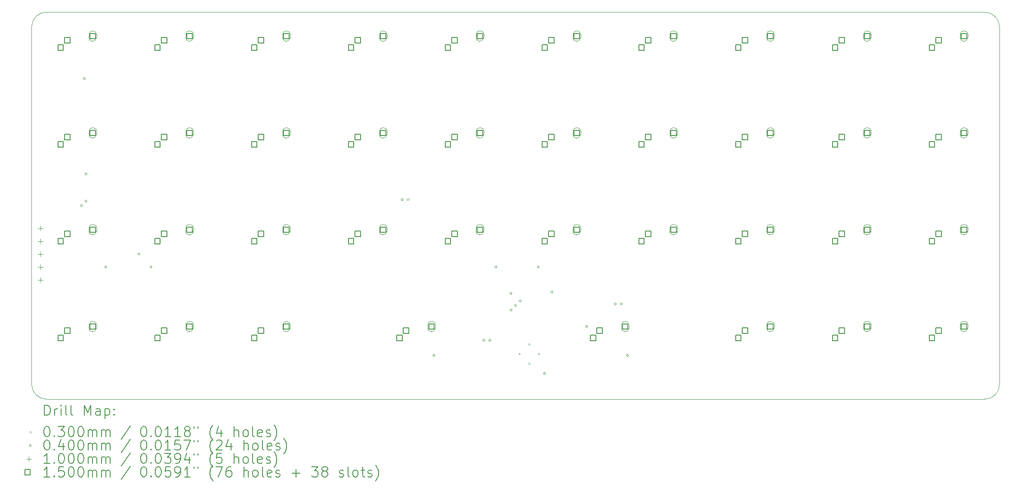
<source format=gbr>
%TF.GenerationSoftware,KiCad,Pcbnew,8.0.5*%
%TF.CreationDate,2024-10-22T20:47:24-04:00*%
%TF.ProjectId,ortho,6f727468-6f2e-46b6-9963-61645f706362,rev?*%
%TF.SameCoordinates,PX1c62fe0PY650e7e0*%
%TF.FileFunction,Drillmap*%
%TF.FilePolarity,Positive*%
%FSLAX45Y45*%
G04 Gerber Fmt 4.5, Leading zero omitted, Abs format (unit mm)*
G04 Created by KiCad (PCBNEW 8.0.5) date 2024-10-22 20:47:24*
%MOMM*%
%LPD*%
G01*
G04 APERTURE LIST*
%ADD10C,0.100000*%
%ADD11C,0.200000*%
%ADD12C,0.150000*%
G04 APERTURE END LIST*
D10*
X0Y297656D02*
X0Y7322337D01*
X19049984Y297656D02*
G75*
G02*
X18752328Y0I-297654J-2D01*
G01*
X18752328Y0D02*
X297656Y0D01*
X18752328Y7619993D02*
G75*
G02*
X19049980Y7322338I2J-297650D01*
G01*
X0Y7322337D02*
G75*
G02*
X297656Y7619994I297656J0D01*
G01*
X297656Y0D02*
G75*
G02*
X0Y297656I0J297656D01*
G01*
X19049984Y7322338D02*
X19049984Y297656D01*
X297656Y7619993D02*
X18752328Y7619993D01*
D11*
D10*
X9586964Y907968D02*
X9616964Y877968D01*
X9616964Y907968D02*
X9586964Y877968D01*
X9777882Y1098887D02*
X9807882Y1068887D01*
X9807882Y1098887D02*
X9777882Y1068887D01*
X9777882Y717049D02*
X9807882Y687049D01*
X9807882Y717049D02*
X9777882Y687049D01*
X9968801Y907968D02*
X9998801Y877968D01*
X9998801Y907968D02*
X9968801Y877968D01*
X1002265Y3809997D02*
G75*
G02*
X962265Y3809997I-20000J0D01*
G01*
X962265Y3809997D02*
G75*
G02*
X1002265Y3809997I20000J0D01*
G01*
X1061796Y6310307D02*
G75*
G02*
X1021796Y6310307I-20000J0D01*
G01*
X1021796Y6310307D02*
G75*
G02*
X1061796Y6310307I20000J0D01*
G01*
X1091562Y4435074D02*
G75*
G02*
X1051562Y4435074I-20000J0D01*
G01*
X1051562Y4435074D02*
G75*
G02*
X1091562Y4435074I20000J0D01*
G01*
X1091562Y3899294D02*
G75*
G02*
X1051562Y3899294I-20000J0D01*
G01*
X1051562Y3899294D02*
G75*
G02*
X1091562Y3899294I20000J0D01*
G01*
X1478514Y2603201D02*
G75*
G02*
X1438514Y2603201I-20000J0D01*
G01*
X1438514Y2603201D02*
G75*
G02*
X1478514Y2603201I20000J0D01*
G01*
X2133358Y2857498D02*
G75*
G02*
X2093358Y2857498I-20000J0D01*
G01*
X2093358Y2857498D02*
G75*
G02*
X2133358Y2857498I20000J0D01*
G01*
X2371482Y2603201D02*
G75*
G02*
X2331482Y2603201I-20000J0D01*
G01*
X2331482Y2603201D02*
G75*
G02*
X2371482Y2603201I20000J0D01*
G01*
X7312572Y3929059D02*
G75*
G02*
X7272572Y3929059I-20000J0D01*
G01*
X7272572Y3929059D02*
G75*
G02*
X7312572Y3929059I20000J0D01*
G01*
X7431634Y3929059D02*
G75*
G02*
X7391634Y3929059I-20000J0D01*
G01*
X7391634Y3929059D02*
G75*
G02*
X7431634Y3929059I20000J0D01*
G01*
X7937650Y863202D02*
G75*
G02*
X7897650Y863202I-20000J0D01*
G01*
X7897650Y863202D02*
G75*
G02*
X7937650Y863202I20000J0D01*
G01*
X8919914Y1160858D02*
G75*
G02*
X8879914Y1160858I-20000J0D01*
G01*
X8879914Y1160858D02*
G75*
G02*
X8919914Y1160858I20000J0D01*
G01*
X9038977Y1160858D02*
G75*
G02*
X8998977Y1160858I-20000J0D01*
G01*
X8998977Y1160858D02*
G75*
G02*
X9038977Y1160858I20000J0D01*
G01*
X9158039Y2603201D02*
G75*
G02*
X9118039Y2603201I-20000J0D01*
G01*
X9118039Y2603201D02*
G75*
G02*
X9158039Y2603201I20000J0D01*
G01*
X9455695Y2083592D02*
G75*
G02*
X9415695Y2083592I-20000J0D01*
G01*
X9415695Y2083592D02*
G75*
G02*
X9455695Y2083592I20000J0D01*
G01*
X9455695Y1756170D02*
G75*
G02*
X9415695Y1756170I-20000J0D01*
G01*
X9415695Y1756170D02*
G75*
G02*
X9455695Y1756170I20000J0D01*
G01*
X9544992Y1845467D02*
G75*
G02*
X9504992Y1845467I-20000J0D01*
G01*
X9504992Y1845467D02*
G75*
G02*
X9544992Y1845467I20000J0D01*
G01*
X9634289Y1934764D02*
G75*
G02*
X9594289Y1934764I-20000J0D01*
G01*
X9594289Y1934764D02*
G75*
G02*
X9634289Y1934764I20000J0D01*
G01*
X9991476Y2603201D02*
G75*
G02*
X9951476Y2603201I-20000J0D01*
G01*
X9951476Y2603201D02*
G75*
G02*
X9991476Y2603201I20000J0D01*
G01*
X10114982Y506015D02*
G75*
G02*
X10074982Y506015I-20000J0D01*
G01*
X10074982Y506015D02*
G75*
G02*
X10114982Y506015I20000J0D01*
G01*
X10259366Y2113358D02*
G75*
G02*
X10219366Y2113358I-20000J0D01*
G01*
X10219366Y2113358D02*
G75*
G02*
X10259366Y2113358I20000J0D01*
G01*
X10943975Y1428749D02*
G75*
G02*
X10903975Y1428749I-20000J0D01*
G01*
X10903975Y1428749D02*
G75*
G02*
X10943975Y1428749I20000J0D01*
G01*
X11509522Y1875233D02*
G75*
G02*
X11469522Y1875233I-20000J0D01*
G01*
X11469522Y1875233D02*
G75*
G02*
X11509522Y1875233I20000J0D01*
G01*
X11628584Y1875233D02*
G75*
G02*
X11588584Y1875233I-20000J0D01*
G01*
X11588584Y1875233D02*
G75*
G02*
X11628584Y1875233I20000J0D01*
G01*
X11747646Y863202D02*
G75*
G02*
X11707646Y863202I-20000J0D01*
G01*
X11707646Y863202D02*
G75*
G02*
X11747646Y863202I20000J0D01*
G01*
X178594Y3414997D02*
X178594Y3314997D01*
X128594Y3364997D02*
X228594Y3364997D01*
X178594Y3160997D02*
X178594Y3060997D01*
X128594Y3110997D02*
X228594Y3110997D01*
X178594Y2906998D02*
X178594Y2806998D01*
X128594Y2856998D02*
X228594Y2856998D01*
X178594Y2652998D02*
X178594Y2552998D01*
X128594Y2602998D02*
X228594Y2602998D01*
X178594Y2398998D02*
X178594Y2298998D01*
X128594Y2348998D02*
X228594Y2348998D01*
D12*
X624533Y6868461D02*
X624533Y6974528D01*
X518466Y6974528D01*
X518466Y6868461D01*
X624533Y6868461D01*
X624533Y4963463D02*
X624533Y5069530D01*
X518466Y5069530D01*
X518466Y4963463D01*
X624533Y4963463D01*
X624533Y3058464D02*
X624533Y3164531D01*
X518466Y3164531D01*
X518466Y3058464D01*
X624533Y3058464D01*
X624533Y1153466D02*
X624533Y1259533D01*
X518466Y1259533D01*
X518466Y1153466D01*
X624533Y1153466D01*
X755533Y7014461D02*
X755533Y7120528D01*
X649466Y7120528D01*
X649466Y7014461D01*
X755533Y7014461D01*
X755533Y5109463D02*
X755533Y5215530D01*
X649466Y5215530D01*
X649466Y5109463D01*
X755533Y5109463D01*
X755533Y3204464D02*
X755533Y3310531D01*
X649466Y3310531D01*
X649466Y3204464D01*
X755533Y3204464D01*
X755533Y1299466D02*
X755533Y1405533D01*
X649466Y1405533D01*
X649466Y1299466D01*
X755533Y1299466D01*
X1257533Y7093461D02*
X1257533Y7199528D01*
X1151466Y7199528D01*
X1151466Y7093461D01*
X1257533Y7093461D01*
D10*
X1277289Y7112265D02*
X1281344Y7170260D01*
X1131710Y7180724D02*
G75*
G02*
X1281344Y7170260I74817J-5232D01*
G01*
X1131710Y7180724D02*
X1127654Y7122728D01*
X1127654Y7122728D02*
G75*
G03*
X1277289Y7112265I74817J-5232D01*
G01*
D12*
X1257533Y5188463D02*
X1257533Y5294530D01*
X1151466Y5294530D01*
X1151466Y5188463D01*
X1257533Y5188463D01*
D10*
X1277289Y5207267D02*
X1281344Y5265262D01*
X1131710Y5275726D02*
G75*
G02*
X1281344Y5265262I74817J-5232D01*
G01*
X1131710Y5275726D02*
X1127654Y5217730D01*
X1127654Y5217730D02*
G75*
G03*
X1277289Y5207267I74817J-5232D01*
G01*
D12*
X1257533Y3283464D02*
X1257533Y3389531D01*
X1151466Y3389531D01*
X1151466Y3283464D01*
X1257533Y3283464D01*
D10*
X1277289Y3302268D02*
X1281344Y3360264D01*
X1131710Y3370727D02*
G75*
G02*
X1281344Y3360264I74817J-5232D01*
G01*
X1131710Y3370727D02*
X1127654Y3312732D01*
X1127654Y3312732D02*
G75*
G03*
X1277289Y3302268I74817J-5232D01*
G01*
D12*
X1257533Y1378466D02*
X1257533Y1484533D01*
X1151466Y1484533D01*
X1151466Y1378466D01*
X1257533Y1378466D01*
D10*
X1277289Y1397270D02*
X1281344Y1455265D01*
X1131710Y1465729D02*
G75*
G02*
X1281344Y1455265I74817J-5232D01*
G01*
X1131710Y1465729D02*
X1127654Y1407733D01*
X1127654Y1407733D02*
G75*
G03*
X1277289Y1397270I74817J-5232D01*
G01*
D12*
X2529531Y6868461D02*
X2529531Y6974528D01*
X2423464Y6974528D01*
X2423464Y6868461D01*
X2529531Y6868461D01*
X2529531Y4963463D02*
X2529531Y5069530D01*
X2423464Y5069530D01*
X2423464Y4963463D01*
X2529531Y4963463D01*
X2529531Y3058464D02*
X2529531Y3164531D01*
X2423464Y3164531D01*
X2423464Y3058464D01*
X2529531Y3058464D01*
X2529531Y1153466D02*
X2529531Y1259533D01*
X2423464Y1259533D01*
X2423464Y1153466D01*
X2529531Y1153466D01*
X2660531Y7014461D02*
X2660531Y7120528D01*
X2554464Y7120528D01*
X2554464Y7014461D01*
X2660531Y7014461D01*
X2660531Y5109463D02*
X2660531Y5215530D01*
X2554464Y5215530D01*
X2554464Y5109463D01*
X2660531Y5109463D01*
X2660531Y3204464D02*
X2660531Y3310531D01*
X2554464Y3310531D01*
X2554464Y3204464D01*
X2660531Y3204464D01*
X2660531Y1299466D02*
X2660531Y1405533D01*
X2554464Y1405533D01*
X2554464Y1299466D01*
X2660531Y1299466D01*
X3162531Y7093461D02*
X3162531Y7199528D01*
X3056464Y7199528D01*
X3056464Y7093461D01*
X3162531Y7093461D01*
D10*
X3182287Y7112265D02*
X3186343Y7170260D01*
X3036708Y7180724D02*
G75*
G02*
X3186343Y7170260I74817J-5232D01*
G01*
X3036708Y7180724D02*
X3032653Y7122728D01*
X3032653Y7122728D02*
G75*
G03*
X3182287Y7112265I74817J-5232D01*
G01*
D12*
X3162531Y5188463D02*
X3162531Y5294530D01*
X3056464Y5294530D01*
X3056464Y5188463D01*
X3162531Y5188463D01*
D10*
X3182287Y5207267D02*
X3186343Y5265262D01*
X3036708Y5275725D02*
G75*
G02*
X3186343Y5265262I74817J-5232D01*
G01*
X3036708Y5275725D02*
X3032653Y5217730D01*
X3032653Y5217730D02*
G75*
G03*
X3182287Y5207267I74817J-5232D01*
G01*
D12*
X3162531Y3283464D02*
X3162531Y3389531D01*
X3056464Y3389531D01*
X3056464Y3283464D01*
X3162531Y3283464D01*
D10*
X3182287Y3302268D02*
X3186343Y3360264D01*
X3036708Y3370727D02*
G75*
G02*
X3186343Y3360264I74817J-5232D01*
G01*
X3036708Y3370727D02*
X3032653Y3312732D01*
X3032653Y3312732D02*
G75*
G03*
X3182287Y3302268I74817J-5232D01*
G01*
D12*
X3162531Y1378466D02*
X3162531Y1484533D01*
X3056464Y1484533D01*
X3056464Y1378466D01*
X3162531Y1378466D01*
D10*
X3182287Y1397270D02*
X3186343Y1455265D01*
X3036708Y1465729D02*
G75*
G02*
X3186343Y1455265I74817J-5232D01*
G01*
X3036708Y1465729D02*
X3032653Y1407733D01*
X3032653Y1407733D02*
G75*
G03*
X3182287Y1397270I74817J-5232D01*
G01*
D12*
X4434529Y6868461D02*
X4434529Y6974528D01*
X4328462Y6974528D01*
X4328462Y6868461D01*
X4434529Y6868461D01*
X4434530Y4963463D02*
X4434530Y5069530D01*
X4328463Y5069530D01*
X4328463Y4963463D01*
X4434530Y4963463D01*
X4434530Y3058464D02*
X4434530Y3164531D01*
X4328463Y3164531D01*
X4328463Y3058464D01*
X4434530Y3058464D01*
X4434530Y1153466D02*
X4434530Y1259533D01*
X4328463Y1259533D01*
X4328463Y1153466D01*
X4434530Y1153466D01*
X4565529Y7014461D02*
X4565529Y7120528D01*
X4459462Y7120528D01*
X4459462Y7014461D01*
X4565529Y7014461D01*
X4565530Y5109463D02*
X4565530Y5215530D01*
X4459463Y5215530D01*
X4459463Y5109463D01*
X4565530Y5109463D01*
X4565530Y3204464D02*
X4565530Y3310531D01*
X4459463Y3310531D01*
X4459463Y3204464D01*
X4565530Y3204464D01*
X4565530Y1299466D02*
X4565530Y1405533D01*
X4459463Y1405533D01*
X4459463Y1299466D01*
X4565530Y1299466D01*
X5067530Y7093461D02*
X5067530Y7199528D01*
X4961463Y7199528D01*
X4961463Y7093461D01*
X5067530Y7093461D01*
D10*
X5087286Y7112265D02*
X5091341Y7170260D01*
X4941706Y7180724D02*
G75*
G02*
X5091341Y7170260I74817J-5232D01*
G01*
X4941706Y7180724D02*
X4937651Y7122728D01*
X4937651Y7122728D02*
G75*
G03*
X5087286Y7112265I74817J-5232D01*
G01*
D12*
X5067530Y5188463D02*
X5067530Y5294530D01*
X4961463Y5294530D01*
X4961463Y5188463D01*
X5067530Y5188463D01*
D10*
X5087286Y5207267D02*
X5091341Y5265262D01*
X4941707Y5275725D02*
G75*
G02*
X5091341Y5265262I74817J-5232D01*
G01*
X4941707Y5275725D02*
X4937651Y5217730D01*
X4937651Y5217730D02*
G75*
G03*
X5087286Y5207267I74817J-5232D01*
G01*
D12*
X5067530Y3283464D02*
X5067530Y3389531D01*
X4961463Y3389531D01*
X4961463Y3283464D01*
X5067530Y3283464D01*
D10*
X5087286Y3302268D02*
X5091341Y3360264D01*
X4941707Y3370727D02*
G75*
G02*
X5091341Y3360264I74817J-5232D01*
G01*
X4941707Y3370727D02*
X4937651Y3312732D01*
X4937651Y3312732D02*
G75*
G03*
X5087286Y3302268I74817J-5232D01*
G01*
D12*
X5067530Y1378466D02*
X5067530Y1484533D01*
X4961463Y1484533D01*
X4961463Y1378466D01*
X5067530Y1378466D01*
D10*
X5087286Y1397270D02*
X5091341Y1455265D01*
X4941707Y1465729D02*
G75*
G02*
X5091341Y1455265I74817J-5232D01*
G01*
X4941707Y1465729D02*
X4937651Y1407733D01*
X4937651Y1407733D02*
G75*
G03*
X5087286Y1397270I74817J-5232D01*
G01*
D12*
X6339528Y6868461D02*
X6339528Y6974528D01*
X6233461Y6974528D01*
X6233461Y6868461D01*
X6339528Y6868461D01*
X6339528Y4963463D02*
X6339528Y5069530D01*
X6233461Y5069530D01*
X6233461Y4963463D01*
X6339528Y4963463D01*
X6339528Y3058464D02*
X6339528Y3164531D01*
X6233461Y3164531D01*
X6233461Y3058464D01*
X6339528Y3058464D01*
X6470528Y7014461D02*
X6470528Y7120528D01*
X6364461Y7120528D01*
X6364461Y7014461D01*
X6470528Y7014461D01*
X6470528Y5109463D02*
X6470528Y5215530D01*
X6364461Y5215530D01*
X6364461Y5109463D01*
X6470528Y5109463D01*
X6470528Y3204464D02*
X6470528Y3310531D01*
X6364461Y3310531D01*
X6364461Y3204464D01*
X6470528Y3204464D01*
X6972528Y7093461D02*
X6972528Y7199528D01*
X6866461Y7199528D01*
X6866461Y7093461D01*
X6972528Y7093461D01*
D10*
X6992284Y7112265D02*
X6996339Y7170260D01*
X6846705Y7180724D02*
G75*
G02*
X6996339Y7170260I74817J-5232D01*
G01*
X6846705Y7180724D02*
X6842649Y7122728D01*
X6842649Y7122728D02*
G75*
G03*
X6992284Y7112265I74817J-5232D01*
G01*
D12*
X6972528Y5188463D02*
X6972528Y5294530D01*
X6866461Y5294530D01*
X6866461Y5188463D01*
X6972528Y5188463D01*
D10*
X6992284Y5207267D02*
X6996339Y5265262D01*
X6846705Y5275726D02*
G75*
G02*
X6996339Y5265262I74817J-5232D01*
G01*
X6846705Y5275726D02*
X6842649Y5217730D01*
X6842649Y5217730D02*
G75*
G03*
X6992284Y5207267I74817J-5232D01*
G01*
D12*
X6972528Y3283464D02*
X6972528Y3389531D01*
X6866461Y3389531D01*
X6866461Y3283464D01*
X6972528Y3283464D01*
D10*
X6992284Y3302268D02*
X6996339Y3360263D01*
X6846705Y3370727D02*
G75*
G02*
X6996339Y3360263I74817J-5232D01*
G01*
X6846705Y3370727D02*
X6842649Y3312731D01*
X6842649Y3312731D02*
G75*
G03*
X6992284Y3302268I74817J-5232D01*
G01*
D12*
X7292027Y1153466D02*
X7292027Y1259533D01*
X7185960Y1259533D01*
X7185960Y1153466D01*
X7292027Y1153466D01*
X7423027Y1299466D02*
X7423027Y1405533D01*
X7316960Y1405533D01*
X7316960Y1299466D01*
X7423027Y1299466D01*
X7925027Y1378466D02*
X7925027Y1484533D01*
X7818960Y1484533D01*
X7818960Y1378466D01*
X7925027Y1378466D01*
D10*
X7944783Y1397270D02*
X7948839Y1455265D01*
X7799204Y1465729D02*
G75*
G02*
X7948839Y1455265I74817J-5232D01*
G01*
X7799204Y1465729D02*
X7795149Y1407733D01*
X7795149Y1407733D02*
G75*
G03*
X7944783Y1397270I74817J-5232D01*
G01*
D12*
X8244526Y6868461D02*
X8244526Y6974528D01*
X8138459Y6974528D01*
X8138459Y6868461D01*
X8244526Y6868461D01*
X8244526Y4963463D02*
X8244526Y5069530D01*
X8138459Y5069530D01*
X8138459Y4963463D01*
X8244526Y4963463D01*
X8244526Y3058464D02*
X8244526Y3164531D01*
X8138459Y3164531D01*
X8138459Y3058464D01*
X8244526Y3058464D01*
X8375526Y7014461D02*
X8375526Y7120528D01*
X8269459Y7120528D01*
X8269459Y7014461D01*
X8375526Y7014461D01*
X8375526Y5109463D02*
X8375526Y5215530D01*
X8269459Y5215530D01*
X8269459Y5109463D01*
X8375526Y5109463D01*
X8375526Y3204464D02*
X8375526Y3310531D01*
X8269459Y3310531D01*
X8269459Y3204464D01*
X8375526Y3204464D01*
X8877526Y7093461D02*
X8877526Y7199528D01*
X8771459Y7199528D01*
X8771459Y7093461D01*
X8877526Y7093461D01*
D10*
X8897283Y7112265D02*
X8901338Y7170260D01*
X8751703Y7180724D02*
G75*
G02*
X8901338Y7170260I74817J-5232D01*
G01*
X8751703Y7180724D02*
X8747648Y7122728D01*
X8747648Y7122728D02*
G75*
G03*
X8897283Y7112265I74817J-5232D01*
G01*
D12*
X8877526Y5188463D02*
X8877526Y5294530D01*
X8771459Y5294530D01*
X8771459Y5188463D01*
X8877526Y5188463D01*
D10*
X8897283Y5207267D02*
X8901338Y5265262D01*
X8751703Y5275726D02*
G75*
G02*
X8901338Y5265262I74817J-5232D01*
G01*
X8751703Y5275726D02*
X8747648Y5217730D01*
X8747648Y5217730D02*
G75*
G03*
X8897283Y5207267I74817J-5232D01*
G01*
D12*
X8877526Y3283464D02*
X8877526Y3389531D01*
X8771459Y3389531D01*
X8771459Y3283464D01*
X8877526Y3283464D01*
D10*
X8897283Y3302268D02*
X8901338Y3360263D01*
X8751703Y3370727D02*
G75*
G02*
X8901338Y3360263I74817J-5232D01*
G01*
X8751703Y3370727D02*
X8747648Y3312731D01*
X8747648Y3312731D02*
G75*
G03*
X8897283Y3302268I74817J-5232D01*
G01*
D12*
X10149525Y4963463D02*
X10149525Y5069530D01*
X10043458Y5069530D01*
X10043458Y4963463D01*
X10149525Y4963463D01*
X10149525Y6868461D02*
X10149525Y6974528D01*
X10043458Y6974528D01*
X10043458Y6868461D01*
X10149525Y6868461D01*
X10149525Y3058464D02*
X10149525Y3164531D01*
X10043458Y3164531D01*
X10043458Y3058464D01*
X10149525Y3058464D01*
X10280525Y5109463D02*
X10280525Y5215530D01*
X10174458Y5215530D01*
X10174458Y5109463D01*
X10280525Y5109463D01*
X10280525Y7014461D02*
X10280525Y7120528D01*
X10174458Y7120528D01*
X10174458Y7014461D01*
X10280525Y7014461D01*
X10280525Y3204464D02*
X10280525Y3310531D01*
X10174458Y3310531D01*
X10174458Y3204464D01*
X10280525Y3204464D01*
X10782525Y5188463D02*
X10782525Y5294530D01*
X10676458Y5294530D01*
X10676458Y5188463D01*
X10782525Y5188463D01*
D10*
X10802281Y5207267D02*
X10806336Y5265262D01*
X10656702Y5275725D02*
G75*
G02*
X10806336Y5265262I74817J-5232D01*
G01*
X10656702Y5275725D02*
X10652646Y5217730D01*
X10652646Y5217730D02*
G75*
G03*
X10802281Y5207267I74817J-5232D01*
G01*
D12*
X10782525Y7093461D02*
X10782525Y7199528D01*
X10676458Y7199528D01*
X10676458Y7093461D01*
X10782525Y7093461D01*
D10*
X10802281Y7112265D02*
X10806336Y7170260D01*
X10656702Y7180724D02*
G75*
G02*
X10806336Y7170260I74817J-5232D01*
G01*
X10656702Y7180724D02*
X10652646Y7122728D01*
X10652646Y7122728D02*
G75*
G03*
X10802281Y7112265I74817J-5232D01*
G01*
D12*
X10782525Y3283464D02*
X10782525Y3389531D01*
X10676458Y3389531D01*
X10676458Y3283464D01*
X10782525Y3283464D01*
D10*
X10802281Y3302268D02*
X10806336Y3360263D01*
X10656702Y3370727D02*
G75*
G02*
X10806336Y3360263I74817J-5232D01*
G01*
X10656702Y3370727D02*
X10652646Y3312731D01*
X10652646Y3312731D02*
G75*
G03*
X10802281Y3302268I74817J-5232D01*
G01*
D12*
X11102024Y1153466D02*
X11102024Y1259533D01*
X10995957Y1259533D01*
X10995957Y1153466D01*
X11102024Y1153466D01*
X11233024Y1299466D02*
X11233024Y1405533D01*
X11126957Y1405533D01*
X11126957Y1299466D01*
X11233024Y1299466D01*
X11735024Y1378466D02*
X11735024Y1484533D01*
X11628957Y1484533D01*
X11628957Y1378466D01*
X11735024Y1378466D01*
D10*
X11754780Y1397270D02*
X11758835Y1455265D01*
X11609201Y1465729D02*
G75*
G02*
X11758835Y1455265I74817J-5232D01*
G01*
X11609201Y1465729D02*
X11605145Y1407733D01*
X11605145Y1407733D02*
G75*
G03*
X11754780Y1397270I74817J-5232D01*
G01*
D12*
X12054523Y6868461D02*
X12054523Y6974528D01*
X11948456Y6974528D01*
X11948456Y6868461D01*
X12054523Y6868461D01*
X12054523Y4963463D02*
X12054523Y5069530D01*
X11948456Y5069530D01*
X11948456Y4963463D01*
X12054523Y4963463D01*
X12054523Y3058464D02*
X12054523Y3164531D01*
X11948456Y3164531D01*
X11948456Y3058464D01*
X12054523Y3058464D01*
X12185523Y7014461D02*
X12185523Y7120528D01*
X12079456Y7120528D01*
X12079456Y7014461D01*
X12185523Y7014461D01*
X12185523Y5109463D02*
X12185523Y5215530D01*
X12079456Y5215530D01*
X12079456Y5109463D01*
X12185523Y5109463D01*
X12185523Y3204464D02*
X12185523Y3310531D01*
X12079456Y3310531D01*
X12079456Y3204464D01*
X12185523Y3204464D01*
X12687523Y7093461D02*
X12687523Y7199528D01*
X12581456Y7199528D01*
X12581456Y7093461D01*
X12687523Y7093461D01*
D10*
X12707279Y7112265D02*
X12711335Y7170260D01*
X12561700Y7180724D02*
G75*
G02*
X12711335Y7170260I74817J-5232D01*
G01*
X12561700Y7180724D02*
X12557645Y7122728D01*
X12557645Y7122728D02*
G75*
G03*
X12707279Y7112265I74817J-5232D01*
G01*
D12*
X12687523Y5188463D02*
X12687523Y5294530D01*
X12581456Y5294530D01*
X12581456Y5188463D01*
X12687523Y5188463D01*
D10*
X12707279Y5207267D02*
X12711335Y5265262D01*
X12561700Y5275725D02*
G75*
G02*
X12711335Y5265262I74817J-5232D01*
G01*
X12561700Y5275725D02*
X12557645Y5217730D01*
X12557645Y5217730D02*
G75*
G03*
X12707279Y5207267I74817J-5232D01*
G01*
D12*
X12687523Y3283464D02*
X12687523Y3389531D01*
X12581456Y3389531D01*
X12581456Y3283464D01*
X12687523Y3283464D01*
D10*
X12707279Y3302268D02*
X12711335Y3360264D01*
X12561700Y3370727D02*
G75*
G02*
X12711335Y3360264I74817J-5232D01*
G01*
X12561700Y3370727D02*
X12557645Y3312732D01*
X12557645Y3312732D02*
G75*
G03*
X12707279Y3302268I74817J-5232D01*
G01*
D12*
X13959521Y1153466D02*
X13959521Y1259533D01*
X13853454Y1259533D01*
X13853454Y1153466D01*
X13959521Y1153466D01*
X13959521Y6868461D02*
X13959521Y6974528D01*
X13853454Y6974528D01*
X13853454Y6868461D01*
X13959521Y6868461D01*
X13959521Y4963463D02*
X13959521Y5069530D01*
X13853454Y5069530D01*
X13853454Y4963463D01*
X13959521Y4963463D01*
X13959521Y3058464D02*
X13959521Y3164531D01*
X13853454Y3164531D01*
X13853454Y3058464D01*
X13959521Y3058464D01*
X14090521Y1299466D02*
X14090521Y1405533D01*
X13984454Y1405533D01*
X13984454Y1299466D01*
X14090521Y1299466D01*
X14090521Y7014461D02*
X14090521Y7120528D01*
X13984454Y7120528D01*
X13984454Y7014461D01*
X14090521Y7014461D01*
X14090521Y5109463D02*
X14090521Y5215530D01*
X13984454Y5215530D01*
X13984454Y5109463D01*
X14090521Y5109463D01*
X14090521Y3204464D02*
X14090521Y3310531D01*
X13984454Y3310531D01*
X13984454Y3204464D01*
X14090521Y3204464D01*
X14592521Y1378466D02*
X14592521Y1484533D01*
X14486454Y1484533D01*
X14486454Y1378466D01*
X14592521Y1378466D01*
D10*
X14612278Y1397270D02*
X14616333Y1455265D01*
X14466698Y1465729D02*
G75*
G02*
X14616333Y1455265I74817J-5232D01*
G01*
X14466698Y1465729D02*
X14462643Y1407733D01*
X14462643Y1407733D02*
G75*
G03*
X14612278Y1397270I74817J-5232D01*
G01*
D12*
X14592522Y7093461D02*
X14592522Y7199528D01*
X14486455Y7199528D01*
X14486455Y7093461D01*
X14592522Y7093461D01*
D10*
X14612278Y7112265D02*
X14616333Y7170260D01*
X14466698Y7180724D02*
G75*
G02*
X14616333Y7170260I74817J-5232D01*
G01*
X14466698Y7180724D02*
X14462643Y7122728D01*
X14462643Y7122728D02*
G75*
G03*
X14612278Y7112265I74817J-5232D01*
G01*
D12*
X14592522Y5188463D02*
X14592522Y5294530D01*
X14486455Y5294530D01*
X14486455Y5188463D01*
X14592522Y5188463D01*
D10*
X14612278Y5207267D02*
X14616333Y5265262D01*
X14466698Y5275725D02*
G75*
G02*
X14616333Y5265262I74817J-5232D01*
G01*
X14466698Y5275725D02*
X14462643Y5217730D01*
X14462643Y5217730D02*
G75*
G03*
X14612278Y5207267I74817J-5232D01*
G01*
D12*
X14592522Y3283464D02*
X14592522Y3389531D01*
X14486455Y3389531D01*
X14486455Y3283464D01*
X14592522Y3283464D01*
D10*
X14612278Y3302268D02*
X14616333Y3360264D01*
X14466698Y3370727D02*
G75*
G02*
X14616333Y3360264I74817J-5232D01*
G01*
X14466698Y3370727D02*
X14462643Y3312732D01*
X14462643Y3312732D02*
G75*
G03*
X14612278Y3302268I74817J-5232D01*
G01*
D12*
X15864520Y6868461D02*
X15864520Y6974528D01*
X15758453Y6974528D01*
X15758453Y6868461D01*
X15864520Y6868461D01*
X15864520Y4963463D02*
X15864520Y5069530D01*
X15758453Y5069530D01*
X15758453Y4963463D01*
X15864520Y4963463D01*
X15864520Y3058464D02*
X15864520Y3164531D01*
X15758453Y3164531D01*
X15758453Y3058464D01*
X15864520Y3058464D01*
X15864520Y1153466D02*
X15864520Y1259533D01*
X15758453Y1259533D01*
X15758453Y1153466D01*
X15864520Y1153466D01*
X15995520Y7014461D02*
X15995520Y7120528D01*
X15889453Y7120528D01*
X15889453Y7014461D01*
X15995520Y7014461D01*
X15995520Y5109463D02*
X15995520Y5215530D01*
X15889453Y5215530D01*
X15889453Y5109463D01*
X15995520Y5109463D01*
X15995520Y3204464D02*
X15995520Y3310531D01*
X15889453Y3310531D01*
X15889453Y3204464D01*
X15995520Y3204464D01*
X15995520Y1299466D02*
X15995520Y1405533D01*
X15889453Y1405533D01*
X15889453Y1299466D01*
X15995520Y1299466D01*
X16497520Y7093461D02*
X16497520Y7199528D01*
X16391453Y7199528D01*
X16391453Y7093461D01*
X16497520Y7093461D01*
D10*
X16517276Y7112265D02*
X16521331Y7170260D01*
X16371697Y7180724D02*
G75*
G02*
X16521331Y7170260I74817J-5232D01*
G01*
X16371697Y7180724D02*
X16367641Y7122728D01*
X16367641Y7122728D02*
G75*
G03*
X16517276Y7112265I74817J-5232D01*
G01*
D12*
X16497520Y5188463D02*
X16497520Y5294530D01*
X16391453Y5294530D01*
X16391453Y5188463D01*
X16497520Y5188463D01*
D10*
X16517276Y5207267D02*
X16521331Y5265262D01*
X16371697Y5275725D02*
G75*
G02*
X16521331Y5265262I74817J-5232D01*
G01*
X16371697Y5275725D02*
X16367641Y5217730D01*
X16367641Y5217730D02*
G75*
G03*
X16517276Y5207267I74817J-5232D01*
G01*
D12*
X16497520Y3283464D02*
X16497520Y3389531D01*
X16391453Y3389531D01*
X16391453Y3283464D01*
X16497520Y3283464D01*
D10*
X16517276Y3302268D02*
X16521331Y3360264D01*
X16371697Y3370727D02*
G75*
G02*
X16521331Y3360264I74817J-5232D01*
G01*
X16371697Y3370727D02*
X16367641Y3312732D01*
X16367641Y3312732D02*
G75*
G03*
X16517276Y3302268I74817J-5232D01*
G01*
D12*
X16497520Y1378466D02*
X16497520Y1484533D01*
X16391453Y1484533D01*
X16391453Y1378466D01*
X16497520Y1378466D01*
D10*
X16517276Y1397270D02*
X16521331Y1455265D01*
X16371697Y1465729D02*
G75*
G02*
X16521331Y1455265I74817J-5232D01*
G01*
X16371697Y1465729D02*
X16367641Y1407733D01*
X16367641Y1407733D02*
G75*
G03*
X16517276Y1397270I74817J-5232D01*
G01*
D12*
X17769518Y4963463D02*
X17769518Y5069530D01*
X17663451Y5069530D01*
X17663451Y4963463D01*
X17769518Y4963463D01*
X17769518Y3058464D02*
X17769518Y3164531D01*
X17663451Y3164531D01*
X17663451Y3058464D01*
X17769518Y3058464D01*
X17769518Y1153466D02*
X17769518Y1259533D01*
X17663451Y1259533D01*
X17663451Y1153466D01*
X17769518Y1153466D01*
X17769518Y6868461D02*
X17769518Y6974528D01*
X17663451Y6974528D01*
X17663451Y6868461D01*
X17769518Y6868461D01*
X17900518Y5109463D02*
X17900518Y5215530D01*
X17794451Y5215530D01*
X17794451Y5109463D01*
X17900518Y5109463D01*
X17900518Y3204464D02*
X17900518Y3310531D01*
X17794451Y3310531D01*
X17794451Y3204464D01*
X17900518Y3204464D01*
X17900518Y1299466D02*
X17900518Y1405533D01*
X17794451Y1405533D01*
X17794451Y1299466D01*
X17900518Y1299466D01*
X17900518Y7014461D02*
X17900518Y7120528D01*
X17794451Y7120528D01*
X17794451Y7014461D01*
X17900518Y7014461D01*
X18402518Y5188463D02*
X18402518Y5294530D01*
X18296451Y5294530D01*
X18296451Y5188463D01*
X18402518Y5188463D01*
D10*
X18422275Y5207267D02*
X18426330Y5265262D01*
X18276695Y5275725D02*
G75*
G02*
X18426330Y5265262I74817J-5232D01*
G01*
X18276695Y5275725D02*
X18272640Y5217730D01*
X18272640Y5217730D02*
G75*
G03*
X18422275Y5207267I74817J-5232D01*
G01*
D12*
X18402518Y3283464D02*
X18402518Y3389531D01*
X18296451Y3389531D01*
X18296451Y3283464D01*
X18402518Y3283464D01*
D10*
X18422275Y3302268D02*
X18426330Y3360264D01*
X18276695Y3370727D02*
G75*
G02*
X18426330Y3360264I74817J-5232D01*
G01*
X18276695Y3370727D02*
X18272640Y3312732D01*
X18272640Y3312732D02*
G75*
G03*
X18422275Y3302268I74817J-5232D01*
G01*
D12*
X18402518Y1378466D02*
X18402518Y1484533D01*
X18296451Y1484533D01*
X18296451Y1378466D01*
X18402518Y1378466D01*
D10*
X18422275Y1397270D02*
X18426330Y1455265D01*
X18276695Y1465729D02*
G75*
G02*
X18426330Y1455265I74817J-5232D01*
G01*
X18276695Y1465729D02*
X18272640Y1407733D01*
X18272640Y1407733D02*
G75*
G03*
X18422275Y1397270I74817J-5232D01*
G01*
D12*
X18402519Y7093461D02*
X18402519Y7199528D01*
X18296452Y7199528D01*
X18296452Y7093461D01*
X18402519Y7093461D01*
D10*
X18422275Y7112265D02*
X18426330Y7170260D01*
X18276695Y7180724D02*
G75*
G02*
X18426330Y7170260I74817J-5232D01*
G01*
X18276695Y7180724D02*
X18272640Y7122728D01*
X18272640Y7122728D02*
G75*
G03*
X18422275Y7112265I74817J-5232D01*
G01*
D11*
X255777Y-316484D02*
X255777Y-116484D01*
X255777Y-116484D02*
X303396Y-116484D01*
X303396Y-116484D02*
X331967Y-126008D01*
X331967Y-126008D02*
X351015Y-145056D01*
X351015Y-145056D02*
X360539Y-164103D01*
X360539Y-164103D02*
X370062Y-202198D01*
X370062Y-202198D02*
X370062Y-230770D01*
X370062Y-230770D02*
X360539Y-268865D01*
X360539Y-268865D02*
X351015Y-287913D01*
X351015Y-287913D02*
X331967Y-306960D01*
X331967Y-306960D02*
X303396Y-316484D01*
X303396Y-316484D02*
X255777Y-316484D01*
X455777Y-316484D02*
X455777Y-183151D01*
X455777Y-221246D02*
X465301Y-202198D01*
X465301Y-202198D02*
X474824Y-192675D01*
X474824Y-192675D02*
X493872Y-183151D01*
X493872Y-183151D02*
X512920Y-183151D01*
X579586Y-316484D02*
X579586Y-183151D01*
X579586Y-116484D02*
X570063Y-126008D01*
X570063Y-126008D02*
X579586Y-135532D01*
X579586Y-135532D02*
X589110Y-126008D01*
X589110Y-126008D02*
X579586Y-116484D01*
X579586Y-116484D02*
X579586Y-135532D01*
X703396Y-316484D02*
X684348Y-306960D01*
X684348Y-306960D02*
X674824Y-287913D01*
X674824Y-287913D02*
X674824Y-116484D01*
X808158Y-316484D02*
X789110Y-306960D01*
X789110Y-306960D02*
X779586Y-287913D01*
X779586Y-287913D02*
X779586Y-116484D01*
X1036729Y-316484D02*
X1036729Y-116484D01*
X1036729Y-116484D02*
X1103396Y-259341D01*
X1103396Y-259341D02*
X1170063Y-116484D01*
X1170063Y-116484D02*
X1170063Y-316484D01*
X1351015Y-316484D02*
X1351015Y-211722D01*
X1351015Y-211722D02*
X1341491Y-192675D01*
X1341491Y-192675D02*
X1322444Y-183151D01*
X1322444Y-183151D02*
X1284348Y-183151D01*
X1284348Y-183151D02*
X1265301Y-192675D01*
X1351015Y-306960D02*
X1331967Y-316484D01*
X1331967Y-316484D02*
X1284348Y-316484D01*
X1284348Y-316484D02*
X1265301Y-306960D01*
X1265301Y-306960D02*
X1255777Y-287913D01*
X1255777Y-287913D02*
X1255777Y-268865D01*
X1255777Y-268865D02*
X1265301Y-249817D01*
X1265301Y-249817D02*
X1284348Y-240294D01*
X1284348Y-240294D02*
X1331967Y-240294D01*
X1331967Y-240294D02*
X1351015Y-230770D01*
X1446253Y-183151D02*
X1446253Y-383151D01*
X1446253Y-192675D02*
X1465301Y-183151D01*
X1465301Y-183151D02*
X1503396Y-183151D01*
X1503396Y-183151D02*
X1522443Y-192675D01*
X1522443Y-192675D02*
X1531967Y-202198D01*
X1531967Y-202198D02*
X1541491Y-221246D01*
X1541491Y-221246D02*
X1541491Y-278389D01*
X1541491Y-278389D02*
X1531967Y-297437D01*
X1531967Y-297437D02*
X1522443Y-306960D01*
X1522443Y-306960D02*
X1503396Y-316484D01*
X1503396Y-316484D02*
X1465301Y-316484D01*
X1465301Y-316484D02*
X1446253Y-306960D01*
X1627205Y-297437D02*
X1636729Y-306960D01*
X1636729Y-306960D02*
X1627205Y-316484D01*
X1627205Y-316484D02*
X1617682Y-306960D01*
X1617682Y-306960D02*
X1627205Y-297437D01*
X1627205Y-297437D02*
X1627205Y-316484D01*
X1627205Y-192675D02*
X1636729Y-202198D01*
X1636729Y-202198D02*
X1627205Y-211722D01*
X1627205Y-211722D02*
X1617682Y-202198D01*
X1617682Y-202198D02*
X1627205Y-192675D01*
X1627205Y-192675D02*
X1627205Y-211722D01*
D10*
X-35000Y-630000D02*
X-5000Y-660000D01*
X-5000Y-630000D02*
X-35000Y-660000D01*
D11*
X293872Y-536484D02*
X312920Y-536484D01*
X312920Y-536484D02*
X331967Y-546008D01*
X331967Y-546008D02*
X341491Y-555532D01*
X341491Y-555532D02*
X351015Y-574579D01*
X351015Y-574579D02*
X360539Y-612675D01*
X360539Y-612675D02*
X360539Y-660294D01*
X360539Y-660294D02*
X351015Y-698389D01*
X351015Y-698389D02*
X341491Y-717436D01*
X341491Y-717436D02*
X331967Y-726960D01*
X331967Y-726960D02*
X312920Y-736484D01*
X312920Y-736484D02*
X293872Y-736484D01*
X293872Y-736484D02*
X274824Y-726960D01*
X274824Y-726960D02*
X265301Y-717436D01*
X265301Y-717436D02*
X255777Y-698389D01*
X255777Y-698389D02*
X246253Y-660294D01*
X246253Y-660294D02*
X246253Y-612675D01*
X246253Y-612675D02*
X255777Y-574579D01*
X255777Y-574579D02*
X265301Y-555532D01*
X265301Y-555532D02*
X274824Y-546008D01*
X274824Y-546008D02*
X293872Y-536484D01*
X446253Y-717436D02*
X455777Y-726960D01*
X455777Y-726960D02*
X446253Y-736484D01*
X446253Y-736484D02*
X436729Y-726960D01*
X436729Y-726960D02*
X446253Y-717436D01*
X446253Y-717436D02*
X446253Y-736484D01*
X522443Y-536484D02*
X646253Y-536484D01*
X646253Y-536484D02*
X579586Y-612675D01*
X579586Y-612675D02*
X608158Y-612675D01*
X608158Y-612675D02*
X627205Y-622198D01*
X627205Y-622198D02*
X636729Y-631722D01*
X636729Y-631722D02*
X646253Y-650770D01*
X646253Y-650770D02*
X646253Y-698389D01*
X646253Y-698389D02*
X636729Y-717436D01*
X636729Y-717436D02*
X627205Y-726960D01*
X627205Y-726960D02*
X608158Y-736484D01*
X608158Y-736484D02*
X551015Y-736484D01*
X551015Y-736484D02*
X531967Y-726960D01*
X531967Y-726960D02*
X522443Y-717436D01*
X770062Y-536484D02*
X789110Y-536484D01*
X789110Y-536484D02*
X808158Y-546008D01*
X808158Y-546008D02*
X817682Y-555532D01*
X817682Y-555532D02*
X827205Y-574579D01*
X827205Y-574579D02*
X836729Y-612675D01*
X836729Y-612675D02*
X836729Y-660294D01*
X836729Y-660294D02*
X827205Y-698389D01*
X827205Y-698389D02*
X817682Y-717436D01*
X817682Y-717436D02*
X808158Y-726960D01*
X808158Y-726960D02*
X789110Y-736484D01*
X789110Y-736484D02*
X770062Y-736484D01*
X770062Y-736484D02*
X751015Y-726960D01*
X751015Y-726960D02*
X741491Y-717436D01*
X741491Y-717436D02*
X731967Y-698389D01*
X731967Y-698389D02*
X722443Y-660294D01*
X722443Y-660294D02*
X722443Y-612675D01*
X722443Y-612675D02*
X731967Y-574579D01*
X731967Y-574579D02*
X741491Y-555532D01*
X741491Y-555532D02*
X751015Y-546008D01*
X751015Y-546008D02*
X770062Y-536484D01*
X960539Y-536484D02*
X979586Y-536484D01*
X979586Y-536484D02*
X998634Y-546008D01*
X998634Y-546008D02*
X1008158Y-555532D01*
X1008158Y-555532D02*
X1017682Y-574579D01*
X1017682Y-574579D02*
X1027205Y-612675D01*
X1027205Y-612675D02*
X1027205Y-660294D01*
X1027205Y-660294D02*
X1017682Y-698389D01*
X1017682Y-698389D02*
X1008158Y-717436D01*
X1008158Y-717436D02*
X998634Y-726960D01*
X998634Y-726960D02*
X979586Y-736484D01*
X979586Y-736484D02*
X960539Y-736484D01*
X960539Y-736484D02*
X941491Y-726960D01*
X941491Y-726960D02*
X931967Y-717436D01*
X931967Y-717436D02*
X922443Y-698389D01*
X922443Y-698389D02*
X912920Y-660294D01*
X912920Y-660294D02*
X912920Y-612675D01*
X912920Y-612675D02*
X922443Y-574579D01*
X922443Y-574579D02*
X931967Y-555532D01*
X931967Y-555532D02*
X941491Y-546008D01*
X941491Y-546008D02*
X960539Y-536484D01*
X1112920Y-736484D02*
X1112920Y-603151D01*
X1112920Y-622198D02*
X1122444Y-612675D01*
X1122444Y-612675D02*
X1141491Y-603151D01*
X1141491Y-603151D02*
X1170063Y-603151D01*
X1170063Y-603151D02*
X1189110Y-612675D01*
X1189110Y-612675D02*
X1198634Y-631722D01*
X1198634Y-631722D02*
X1198634Y-736484D01*
X1198634Y-631722D02*
X1208158Y-612675D01*
X1208158Y-612675D02*
X1227205Y-603151D01*
X1227205Y-603151D02*
X1255777Y-603151D01*
X1255777Y-603151D02*
X1274825Y-612675D01*
X1274825Y-612675D02*
X1284348Y-631722D01*
X1284348Y-631722D02*
X1284348Y-736484D01*
X1379586Y-736484D02*
X1379586Y-603151D01*
X1379586Y-622198D02*
X1389110Y-612675D01*
X1389110Y-612675D02*
X1408158Y-603151D01*
X1408158Y-603151D02*
X1436729Y-603151D01*
X1436729Y-603151D02*
X1455777Y-612675D01*
X1455777Y-612675D02*
X1465301Y-631722D01*
X1465301Y-631722D02*
X1465301Y-736484D01*
X1465301Y-631722D02*
X1474824Y-612675D01*
X1474824Y-612675D02*
X1493872Y-603151D01*
X1493872Y-603151D02*
X1522443Y-603151D01*
X1522443Y-603151D02*
X1541491Y-612675D01*
X1541491Y-612675D02*
X1551015Y-631722D01*
X1551015Y-631722D02*
X1551015Y-736484D01*
X1941491Y-526960D02*
X1770063Y-784103D01*
X2198634Y-536484D02*
X2217682Y-536484D01*
X2217682Y-536484D02*
X2236729Y-546008D01*
X2236729Y-546008D02*
X2246253Y-555532D01*
X2246253Y-555532D02*
X2255777Y-574579D01*
X2255777Y-574579D02*
X2265301Y-612675D01*
X2265301Y-612675D02*
X2265301Y-660294D01*
X2265301Y-660294D02*
X2255777Y-698389D01*
X2255777Y-698389D02*
X2246253Y-717436D01*
X2246253Y-717436D02*
X2236729Y-726960D01*
X2236729Y-726960D02*
X2217682Y-736484D01*
X2217682Y-736484D02*
X2198634Y-736484D01*
X2198634Y-736484D02*
X2179587Y-726960D01*
X2179587Y-726960D02*
X2170063Y-717436D01*
X2170063Y-717436D02*
X2160539Y-698389D01*
X2160539Y-698389D02*
X2151015Y-660294D01*
X2151015Y-660294D02*
X2151015Y-612675D01*
X2151015Y-612675D02*
X2160539Y-574579D01*
X2160539Y-574579D02*
X2170063Y-555532D01*
X2170063Y-555532D02*
X2179587Y-546008D01*
X2179587Y-546008D02*
X2198634Y-536484D01*
X2351015Y-717436D02*
X2360539Y-726960D01*
X2360539Y-726960D02*
X2351015Y-736484D01*
X2351015Y-736484D02*
X2341491Y-726960D01*
X2341491Y-726960D02*
X2351015Y-717436D01*
X2351015Y-717436D02*
X2351015Y-736484D01*
X2484348Y-536484D02*
X2503396Y-536484D01*
X2503396Y-536484D02*
X2522444Y-546008D01*
X2522444Y-546008D02*
X2531968Y-555532D01*
X2531968Y-555532D02*
X2541491Y-574579D01*
X2541491Y-574579D02*
X2551015Y-612675D01*
X2551015Y-612675D02*
X2551015Y-660294D01*
X2551015Y-660294D02*
X2541491Y-698389D01*
X2541491Y-698389D02*
X2531968Y-717436D01*
X2531968Y-717436D02*
X2522444Y-726960D01*
X2522444Y-726960D02*
X2503396Y-736484D01*
X2503396Y-736484D02*
X2484348Y-736484D01*
X2484348Y-736484D02*
X2465301Y-726960D01*
X2465301Y-726960D02*
X2455777Y-717436D01*
X2455777Y-717436D02*
X2446253Y-698389D01*
X2446253Y-698389D02*
X2436729Y-660294D01*
X2436729Y-660294D02*
X2436729Y-612675D01*
X2436729Y-612675D02*
X2446253Y-574579D01*
X2446253Y-574579D02*
X2455777Y-555532D01*
X2455777Y-555532D02*
X2465301Y-546008D01*
X2465301Y-546008D02*
X2484348Y-536484D01*
X2741491Y-736484D02*
X2627206Y-736484D01*
X2684348Y-736484D02*
X2684348Y-536484D01*
X2684348Y-536484D02*
X2665301Y-565056D01*
X2665301Y-565056D02*
X2646253Y-584103D01*
X2646253Y-584103D02*
X2627206Y-593627D01*
X2931967Y-736484D02*
X2817682Y-736484D01*
X2874825Y-736484D02*
X2874825Y-536484D01*
X2874825Y-536484D02*
X2855777Y-565056D01*
X2855777Y-565056D02*
X2836729Y-584103D01*
X2836729Y-584103D02*
X2817682Y-593627D01*
X3046253Y-622198D02*
X3027206Y-612675D01*
X3027206Y-612675D02*
X3017682Y-603151D01*
X3017682Y-603151D02*
X3008158Y-584103D01*
X3008158Y-584103D02*
X3008158Y-574579D01*
X3008158Y-574579D02*
X3017682Y-555532D01*
X3017682Y-555532D02*
X3027206Y-546008D01*
X3027206Y-546008D02*
X3046253Y-536484D01*
X3046253Y-536484D02*
X3084348Y-536484D01*
X3084348Y-536484D02*
X3103396Y-546008D01*
X3103396Y-546008D02*
X3112920Y-555532D01*
X3112920Y-555532D02*
X3122444Y-574579D01*
X3122444Y-574579D02*
X3122444Y-584103D01*
X3122444Y-584103D02*
X3112920Y-603151D01*
X3112920Y-603151D02*
X3103396Y-612675D01*
X3103396Y-612675D02*
X3084348Y-622198D01*
X3084348Y-622198D02*
X3046253Y-622198D01*
X3046253Y-622198D02*
X3027206Y-631722D01*
X3027206Y-631722D02*
X3017682Y-641246D01*
X3017682Y-641246D02*
X3008158Y-660294D01*
X3008158Y-660294D02*
X3008158Y-698389D01*
X3008158Y-698389D02*
X3017682Y-717436D01*
X3017682Y-717436D02*
X3027206Y-726960D01*
X3027206Y-726960D02*
X3046253Y-736484D01*
X3046253Y-736484D02*
X3084348Y-736484D01*
X3084348Y-736484D02*
X3103396Y-726960D01*
X3103396Y-726960D02*
X3112920Y-717436D01*
X3112920Y-717436D02*
X3122444Y-698389D01*
X3122444Y-698389D02*
X3122444Y-660294D01*
X3122444Y-660294D02*
X3112920Y-641246D01*
X3112920Y-641246D02*
X3103396Y-631722D01*
X3103396Y-631722D02*
X3084348Y-622198D01*
X3198634Y-536484D02*
X3198634Y-574579D01*
X3274825Y-536484D02*
X3274825Y-574579D01*
X3570063Y-812675D02*
X3560539Y-803151D01*
X3560539Y-803151D02*
X3541491Y-774579D01*
X3541491Y-774579D02*
X3531968Y-755532D01*
X3531968Y-755532D02*
X3522444Y-726960D01*
X3522444Y-726960D02*
X3512920Y-679341D01*
X3512920Y-679341D02*
X3512920Y-641246D01*
X3512920Y-641246D02*
X3522444Y-593627D01*
X3522444Y-593627D02*
X3531968Y-565056D01*
X3531968Y-565056D02*
X3541491Y-546008D01*
X3541491Y-546008D02*
X3560539Y-517436D01*
X3560539Y-517436D02*
X3570063Y-507913D01*
X3731968Y-603151D02*
X3731968Y-736484D01*
X3684348Y-526960D02*
X3636729Y-669818D01*
X3636729Y-669818D02*
X3760539Y-669818D01*
X3989110Y-736484D02*
X3989110Y-536484D01*
X4074825Y-736484D02*
X4074825Y-631722D01*
X4074825Y-631722D02*
X4065301Y-612675D01*
X4065301Y-612675D02*
X4046253Y-603151D01*
X4046253Y-603151D02*
X4017682Y-603151D01*
X4017682Y-603151D02*
X3998634Y-612675D01*
X3998634Y-612675D02*
X3989110Y-622198D01*
X4198634Y-736484D02*
X4179587Y-726960D01*
X4179587Y-726960D02*
X4170063Y-717436D01*
X4170063Y-717436D02*
X4160539Y-698389D01*
X4160539Y-698389D02*
X4160539Y-641246D01*
X4160539Y-641246D02*
X4170063Y-622198D01*
X4170063Y-622198D02*
X4179587Y-612675D01*
X4179587Y-612675D02*
X4198634Y-603151D01*
X4198634Y-603151D02*
X4227206Y-603151D01*
X4227206Y-603151D02*
X4246253Y-612675D01*
X4246253Y-612675D02*
X4255777Y-622198D01*
X4255777Y-622198D02*
X4265301Y-641246D01*
X4265301Y-641246D02*
X4265301Y-698389D01*
X4265301Y-698389D02*
X4255777Y-717436D01*
X4255777Y-717436D02*
X4246253Y-726960D01*
X4246253Y-726960D02*
X4227206Y-736484D01*
X4227206Y-736484D02*
X4198634Y-736484D01*
X4379587Y-736484D02*
X4360539Y-726960D01*
X4360539Y-726960D02*
X4351015Y-707913D01*
X4351015Y-707913D02*
X4351015Y-536484D01*
X4531968Y-726960D02*
X4512920Y-736484D01*
X4512920Y-736484D02*
X4474825Y-736484D01*
X4474825Y-736484D02*
X4455777Y-726960D01*
X4455777Y-726960D02*
X4446253Y-707913D01*
X4446253Y-707913D02*
X4446253Y-631722D01*
X4446253Y-631722D02*
X4455777Y-612675D01*
X4455777Y-612675D02*
X4474825Y-603151D01*
X4474825Y-603151D02*
X4512920Y-603151D01*
X4512920Y-603151D02*
X4531968Y-612675D01*
X4531968Y-612675D02*
X4541492Y-631722D01*
X4541492Y-631722D02*
X4541492Y-650770D01*
X4541492Y-650770D02*
X4446253Y-669818D01*
X4617682Y-726960D02*
X4636730Y-736484D01*
X4636730Y-736484D02*
X4674825Y-736484D01*
X4674825Y-736484D02*
X4693873Y-726960D01*
X4693873Y-726960D02*
X4703396Y-707913D01*
X4703396Y-707913D02*
X4703396Y-698389D01*
X4703396Y-698389D02*
X4693873Y-679341D01*
X4693873Y-679341D02*
X4674825Y-669818D01*
X4674825Y-669818D02*
X4646253Y-669818D01*
X4646253Y-669818D02*
X4627206Y-660294D01*
X4627206Y-660294D02*
X4617682Y-641246D01*
X4617682Y-641246D02*
X4617682Y-631722D01*
X4617682Y-631722D02*
X4627206Y-612675D01*
X4627206Y-612675D02*
X4646253Y-603151D01*
X4646253Y-603151D02*
X4674825Y-603151D01*
X4674825Y-603151D02*
X4693873Y-612675D01*
X4770063Y-812675D02*
X4779587Y-803151D01*
X4779587Y-803151D02*
X4798634Y-774579D01*
X4798634Y-774579D02*
X4808158Y-755532D01*
X4808158Y-755532D02*
X4817682Y-726960D01*
X4817682Y-726960D02*
X4827206Y-679341D01*
X4827206Y-679341D02*
X4827206Y-641246D01*
X4827206Y-641246D02*
X4817682Y-593627D01*
X4817682Y-593627D02*
X4808158Y-565056D01*
X4808158Y-565056D02*
X4798634Y-546008D01*
X4798634Y-546008D02*
X4779587Y-517436D01*
X4779587Y-517436D02*
X4770063Y-507913D01*
D10*
X-5000Y-909000D02*
G75*
G02*
X-45000Y-909000I-20000J0D01*
G01*
X-45000Y-909000D02*
G75*
G02*
X-5000Y-909000I20000J0D01*
G01*
D11*
X293872Y-800484D02*
X312920Y-800484D01*
X312920Y-800484D02*
X331967Y-810008D01*
X331967Y-810008D02*
X341491Y-819532D01*
X341491Y-819532D02*
X351015Y-838579D01*
X351015Y-838579D02*
X360539Y-876675D01*
X360539Y-876675D02*
X360539Y-924294D01*
X360539Y-924294D02*
X351015Y-962389D01*
X351015Y-962389D02*
X341491Y-981436D01*
X341491Y-981436D02*
X331967Y-990960D01*
X331967Y-990960D02*
X312920Y-1000484D01*
X312920Y-1000484D02*
X293872Y-1000484D01*
X293872Y-1000484D02*
X274824Y-990960D01*
X274824Y-990960D02*
X265301Y-981436D01*
X265301Y-981436D02*
X255777Y-962389D01*
X255777Y-962389D02*
X246253Y-924294D01*
X246253Y-924294D02*
X246253Y-876675D01*
X246253Y-876675D02*
X255777Y-838579D01*
X255777Y-838579D02*
X265301Y-819532D01*
X265301Y-819532D02*
X274824Y-810008D01*
X274824Y-810008D02*
X293872Y-800484D01*
X446253Y-981436D02*
X455777Y-990960D01*
X455777Y-990960D02*
X446253Y-1000484D01*
X446253Y-1000484D02*
X436729Y-990960D01*
X436729Y-990960D02*
X446253Y-981436D01*
X446253Y-981436D02*
X446253Y-1000484D01*
X627205Y-867151D02*
X627205Y-1000484D01*
X579586Y-790960D02*
X531967Y-933817D01*
X531967Y-933817D02*
X655777Y-933817D01*
X770062Y-800484D02*
X789110Y-800484D01*
X789110Y-800484D02*
X808158Y-810008D01*
X808158Y-810008D02*
X817682Y-819532D01*
X817682Y-819532D02*
X827205Y-838579D01*
X827205Y-838579D02*
X836729Y-876675D01*
X836729Y-876675D02*
X836729Y-924294D01*
X836729Y-924294D02*
X827205Y-962389D01*
X827205Y-962389D02*
X817682Y-981436D01*
X817682Y-981436D02*
X808158Y-990960D01*
X808158Y-990960D02*
X789110Y-1000484D01*
X789110Y-1000484D02*
X770062Y-1000484D01*
X770062Y-1000484D02*
X751015Y-990960D01*
X751015Y-990960D02*
X741491Y-981436D01*
X741491Y-981436D02*
X731967Y-962389D01*
X731967Y-962389D02*
X722443Y-924294D01*
X722443Y-924294D02*
X722443Y-876675D01*
X722443Y-876675D02*
X731967Y-838579D01*
X731967Y-838579D02*
X741491Y-819532D01*
X741491Y-819532D02*
X751015Y-810008D01*
X751015Y-810008D02*
X770062Y-800484D01*
X960539Y-800484D02*
X979586Y-800484D01*
X979586Y-800484D02*
X998634Y-810008D01*
X998634Y-810008D02*
X1008158Y-819532D01*
X1008158Y-819532D02*
X1017682Y-838579D01*
X1017682Y-838579D02*
X1027205Y-876675D01*
X1027205Y-876675D02*
X1027205Y-924294D01*
X1027205Y-924294D02*
X1017682Y-962389D01*
X1017682Y-962389D02*
X1008158Y-981436D01*
X1008158Y-981436D02*
X998634Y-990960D01*
X998634Y-990960D02*
X979586Y-1000484D01*
X979586Y-1000484D02*
X960539Y-1000484D01*
X960539Y-1000484D02*
X941491Y-990960D01*
X941491Y-990960D02*
X931967Y-981436D01*
X931967Y-981436D02*
X922443Y-962389D01*
X922443Y-962389D02*
X912920Y-924294D01*
X912920Y-924294D02*
X912920Y-876675D01*
X912920Y-876675D02*
X922443Y-838579D01*
X922443Y-838579D02*
X931967Y-819532D01*
X931967Y-819532D02*
X941491Y-810008D01*
X941491Y-810008D02*
X960539Y-800484D01*
X1112920Y-1000484D02*
X1112920Y-867151D01*
X1112920Y-886198D02*
X1122444Y-876675D01*
X1122444Y-876675D02*
X1141491Y-867151D01*
X1141491Y-867151D02*
X1170063Y-867151D01*
X1170063Y-867151D02*
X1189110Y-876675D01*
X1189110Y-876675D02*
X1198634Y-895722D01*
X1198634Y-895722D02*
X1198634Y-1000484D01*
X1198634Y-895722D02*
X1208158Y-876675D01*
X1208158Y-876675D02*
X1227205Y-867151D01*
X1227205Y-867151D02*
X1255777Y-867151D01*
X1255777Y-867151D02*
X1274825Y-876675D01*
X1274825Y-876675D02*
X1284348Y-895722D01*
X1284348Y-895722D02*
X1284348Y-1000484D01*
X1379586Y-1000484D02*
X1379586Y-867151D01*
X1379586Y-886198D02*
X1389110Y-876675D01*
X1389110Y-876675D02*
X1408158Y-867151D01*
X1408158Y-867151D02*
X1436729Y-867151D01*
X1436729Y-867151D02*
X1455777Y-876675D01*
X1455777Y-876675D02*
X1465301Y-895722D01*
X1465301Y-895722D02*
X1465301Y-1000484D01*
X1465301Y-895722D02*
X1474824Y-876675D01*
X1474824Y-876675D02*
X1493872Y-867151D01*
X1493872Y-867151D02*
X1522443Y-867151D01*
X1522443Y-867151D02*
X1541491Y-876675D01*
X1541491Y-876675D02*
X1551015Y-895722D01*
X1551015Y-895722D02*
X1551015Y-1000484D01*
X1941491Y-790960D02*
X1770063Y-1048103D01*
X2198634Y-800484D02*
X2217682Y-800484D01*
X2217682Y-800484D02*
X2236729Y-810008D01*
X2236729Y-810008D02*
X2246253Y-819532D01*
X2246253Y-819532D02*
X2255777Y-838579D01*
X2255777Y-838579D02*
X2265301Y-876675D01*
X2265301Y-876675D02*
X2265301Y-924294D01*
X2265301Y-924294D02*
X2255777Y-962389D01*
X2255777Y-962389D02*
X2246253Y-981436D01*
X2246253Y-981436D02*
X2236729Y-990960D01*
X2236729Y-990960D02*
X2217682Y-1000484D01*
X2217682Y-1000484D02*
X2198634Y-1000484D01*
X2198634Y-1000484D02*
X2179587Y-990960D01*
X2179587Y-990960D02*
X2170063Y-981436D01*
X2170063Y-981436D02*
X2160539Y-962389D01*
X2160539Y-962389D02*
X2151015Y-924294D01*
X2151015Y-924294D02*
X2151015Y-876675D01*
X2151015Y-876675D02*
X2160539Y-838579D01*
X2160539Y-838579D02*
X2170063Y-819532D01*
X2170063Y-819532D02*
X2179587Y-810008D01*
X2179587Y-810008D02*
X2198634Y-800484D01*
X2351015Y-981436D02*
X2360539Y-990960D01*
X2360539Y-990960D02*
X2351015Y-1000484D01*
X2351015Y-1000484D02*
X2341491Y-990960D01*
X2341491Y-990960D02*
X2351015Y-981436D01*
X2351015Y-981436D02*
X2351015Y-1000484D01*
X2484348Y-800484D02*
X2503396Y-800484D01*
X2503396Y-800484D02*
X2522444Y-810008D01*
X2522444Y-810008D02*
X2531968Y-819532D01*
X2531968Y-819532D02*
X2541491Y-838579D01*
X2541491Y-838579D02*
X2551015Y-876675D01*
X2551015Y-876675D02*
X2551015Y-924294D01*
X2551015Y-924294D02*
X2541491Y-962389D01*
X2541491Y-962389D02*
X2531968Y-981436D01*
X2531968Y-981436D02*
X2522444Y-990960D01*
X2522444Y-990960D02*
X2503396Y-1000484D01*
X2503396Y-1000484D02*
X2484348Y-1000484D01*
X2484348Y-1000484D02*
X2465301Y-990960D01*
X2465301Y-990960D02*
X2455777Y-981436D01*
X2455777Y-981436D02*
X2446253Y-962389D01*
X2446253Y-962389D02*
X2436729Y-924294D01*
X2436729Y-924294D02*
X2436729Y-876675D01*
X2436729Y-876675D02*
X2446253Y-838579D01*
X2446253Y-838579D02*
X2455777Y-819532D01*
X2455777Y-819532D02*
X2465301Y-810008D01*
X2465301Y-810008D02*
X2484348Y-800484D01*
X2741491Y-1000484D02*
X2627206Y-1000484D01*
X2684348Y-1000484D02*
X2684348Y-800484D01*
X2684348Y-800484D02*
X2665301Y-829056D01*
X2665301Y-829056D02*
X2646253Y-848103D01*
X2646253Y-848103D02*
X2627206Y-857627D01*
X2922444Y-800484D02*
X2827206Y-800484D01*
X2827206Y-800484D02*
X2817682Y-895722D01*
X2817682Y-895722D02*
X2827206Y-886198D01*
X2827206Y-886198D02*
X2846253Y-876675D01*
X2846253Y-876675D02*
X2893872Y-876675D01*
X2893872Y-876675D02*
X2912920Y-886198D01*
X2912920Y-886198D02*
X2922444Y-895722D01*
X2922444Y-895722D02*
X2931967Y-914770D01*
X2931967Y-914770D02*
X2931967Y-962389D01*
X2931967Y-962389D02*
X2922444Y-981436D01*
X2922444Y-981436D02*
X2912920Y-990960D01*
X2912920Y-990960D02*
X2893872Y-1000484D01*
X2893872Y-1000484D02*
X2846253Y-1000484D01*
X2846253Y-1000484D02*
X2827206Y-990960D01*
X2827206Y-990960D02*
X2817682Y-981436D01*
X2998634Y-800484D02*
X3131967Y-800484D01*
X3131967Y-800484D02*
X3046253Y-1000484D01*
X3198634Y-800484D02*
X3198634Y-838579D01*
X3274825Y-800484D02*
X3274825Y-838579D01*
X3570063Y-1076675D02*
X3560539Y-1067151D01*
X3560539Y-1067151D02*
X3541491Y-1038579D01*
X3541491Y-1038579D02*
X3531968Y-1019532D01*
X3531968Y-1019532D02*
X3522444Y-990960D01*
X3522444Y-990960D02*
X3512920Y-943341D01*
X3512920Y-943341D02*
X3512920Y-905246D01*
X3512920Y-905246D02*
X3522444Y-857627D01*
X3522444Y-857627D02*
X3531968Y-829056D01*
X3531968Y-829056D02*
X3541491Y-810008D01*
X3541491Y-810008D02*
X3560539Y-781436D01*
X3560539Y-781436D02*
X3570063Y-771913D01*
X3636729Y-819532D02*
X3646253Y-810008D01*
X3646253Y-810008D02*
X3665301Y-800484D01*
X3665301Y-800484D02*
X3712920Y-800484D01*
X3712920Y-800484D02*
X3731968Y-810008D01*
X3731968Y-810008D02*
X3741491Y-819532D01*
X3741491Y-819532D02*
X3751015Y-838579D01*
X3751015Y-838579D02*
X3751015Y-857627D01*
X3751015Y-857627D02*
X3741491Y-886198D01*
X3741491Y-886198D02*
X3627206Y-1000484D01*
X3627206Y-1000484D02*
X3751015Y-1000484D01*
X3922444Y-867151D02*
X3922444Y-1000484D01*
X3874825Y-790960D02*
X3827206Y-933817D01*
X3827206Y-933817D02*
X3951015Y-933817D01*
X4179587Y-1000484D02*
X4179587Y-800484D01*
X4265301Y-1000484D02*
X4265301Y-895722D01*
X4265301Y-895722D02*
X4255777Y-876675D01*
X4255777Y-876675D02*
X4236730Y-867151D01*
X4236730Y-867151D02*
X4208158Y-867151D01*
X4208158Y-867151D02*
X4189110Y-876675D01*
X4189110Y-876675D02*
X4179587Y-886198D01*
X4389111Y-1000484D02*
X4370063Y-990960D01*
X4370063Y-990960D02*
X4360539Y-981436D01*
X4360539Y-981436D02*
X4351015Y-962389D01*
X4351015Y-962389D02*
X4351015Y-905246D01*
X4351015Y-905246D02*
X4360539Y-886198D01*
X4360539Y-886198D02*
X4370063Y-876675D01*
X4370063Y-876675D02*
X4389111Y-867151D01*
X4389111Y-867151D02*
X4417682Y-867151D01*
X4417682Y-867151D02*
X4436730Y-876675D01*
X4436730Y-876675D02*
X4446253Y-886198D01*
X4446253Y-886198D02*
X4455777Y-905246D01*
X4455777Y-905246D02*
X4455777Y-962389D01*
X4455777Y-962389D02*
X4446253Y-981436D01*
X4446253Y-981436D02*
X4436730Y-990960D01*
X4436730Y-990960D02*
X4417682Y-1000484D01*
X4417682Y-1000484D02*
X4389111Y-1000484D01*
X4570063Y-1000484D02*
X4551015Y-990960D01*
X4551015Y-990960D02*
X4541492Y-971913D01*
X4541492Y-971913D02*
X4541492Y-800484D01*
X4722444Y-990960D02*
X4703396Y-1000484D01*
X4703396Y-1000484D02*
X4665301Y-1000484D01*
X4665301Y-1000484D02*
X4646253Y-990960D01*
X4646253Y-990960D02*
X4636730Y-971913D01*
X4636730Y-971913D02*
X4636730Y-895722D01*
X4636730Y-895722D02*
X4646253Y-876675D01*
X4646253Y-876675D02*
X4665301Y-867151D01*
X4665301Y-867151D02*
X4703396Y-867151D01*
X4703396Y-867151D02*
X4722444Y-876675D01*
X4722444Y-876675D02*
X4731968Y-895722D01*
X4731968Y-895722D02*
X4731968Y-914770D01*
X4731968Y-914770D02*
X4636730Y-933817D01*
X4808158Y-990960D02*
X4827206Y-1000484D01*
X4827206Y-1000484D02*
X4865301Y-1000484D01*
X4865301Y-1000484D02*
X4884349Y-990960D01*
X4884349Y-990960D02*
X4893873Y-971913D01*
X4893873Y-971913D02*
X4893873Y-962389D01*
X4893873Y-962389D02*
X4884349Y-943341D01*
X4884349Y-943341D02*
X4865301Y-933817D01*
X4865301Y-933817D02*
X4836730Y-933817D01*
X4836730Y-933817D02*
X4817682Y-924294D01*
X4817682Y-924294D02*
X4808158Y-905246D01*
X4808158Y-905246D02*
X4808158Y-895722D01*
X4808158Y-895722D02*
X4817682Y-876675D01*
X4817682Y-876675D02*
X4836730Y-867151D01*
X4836730Y-867151D02*
X4865301Y-867151D01*
X4865301Y-867151D02*
X4884349Y-876675D01*
X4960539Y-1076675D02*
X4970063Y-1067151D01*
X4970063Y-1067151D02*
X4989111Y-1038579D01*
X4989111Y-1038579D02*
X4998634Y-1019532D01*
X4998634Y-1019532D02*
X5008158Y-990960D01*
X5008158Y-990960D02*
X5017682Y-943341D01*
X5017682Y-943341D02*
X5017682Y-905246D01*
X5017682Y-905246D02*
X5008158Y-857627D01*
X5008158Y-857627D02*
X4998634Y-829056D01*
X4998634Y-829056D02*
X4989111Y-810008D01*
X4989111Y-810008D02*
X4970063Y-781436D01*
X4970063Y-781436D02*
X4960539Y-771913D01*
D10*
X-55000Y-1123000D02*
X-55000Y-1223000D01*
X-105000Y-1173000D02*
X-5000Y-1173000D01*
D11*
X360539Y-1264484D02*
X246253Y-1264484D01*
X303396Y-1264484D02*
X303396Y-1064484D01*
X303396Y-1064484D02*
X284348Y-1093056D01*
X284348Y-1093056D02*
X265301Y-1112103D01*
X265301Y-1112103D02*
X246253Y-1121627D01*
X446253Y-1245437D02*
X455777Y-1254960D01*
X455777Y-1254960D02*
X446253Y-1264484D01*
X446253Y-1264484D02*
X436729Y-1254960D01*
X436729Y-1254960D02*
X446253Y-1245437D01*
X446253Y-1245437D02*
X446253Y-1264484D01*
X579586Y-1064484D02*
X598634Y-1064484D01*
X598634Y-1064484D02*
X617682Y-1074008D01*
X617682Y-1074008D02*
X627205Y-1083532D01*
X627205Y-1083532D02*
X636729Y-1102579D01*
X636729Y-1102579D02*
X646253Y-1140675D01*
X646253Y-1140675D02*
X646253Y-1188294D01*
X646253Y-1188294D02*
X636729Y-1226389D01*
X636729Y-1226389D02*
X627205Y-1245437D01*
X627205Y-1245437D02*
X617682Y-1254960D01*
X617682Y-1254960D02*
X598634Y-1264484D01*
X598634Y-1264484D02*
X579586Y-1264484D01*
X579586Y-1264484D02*
X560539Y-1254960D01*
X560539Y-1254960D02*
X551015Y-1245437D01*
X551015Y-1245437D02*
X541491Y-1226389D01*
X541491Y-1226389D02*
X531967Y-1188294D01*
X531967Y-1188294D02*
X531967Y-1140675D01*
X531967Y-1140675D02*
X541491Y-1102579D01*
X541491Y-1102579D02*
X551015Y-1083532D01*
X551015Y-1083532D02*
X560539Y-1074008D01*
X560539Y-1074008D02*
X579586Y-1064484D01*
X770062Y-1064484D02*
X789110Y-1064484D01*
X789110Y-1064484D02*
X808158Y-1074008D01*
X808158Y-1074008D02*
X817682Y-1083532D01*
X817682Y-1083532D02*
X827205Y-1102579D01*
X827205Y-1102579D02*
X836729Y-1140675D01*
X836729Y-1140675D02*
X836729Y-1188294D01*
X836729Y-1188294D02*
X827205Y-1226389D01*
X827205Y-1226389D02*
X817682Y-1245437D01*
X817682Y-1245437D02*
X808158Y-1254960D01*
X808158Y-1254960D02*
X789110Y-1264484D01*
X789110Y-1264484D02*
X770062Y-1264484D01*
X770062Y-1264484D02*
X751015Y-1254960D01*
X751015Y-1254960D02*
X741491Y-1245437D01*
X741491Y-1245437D02*
X731967Y-1226389D01*
X731967Y-1226389D02*
X722443Y-1188294D01*
X722443Y-1188294D02*
X722443Y-1140675D01*
X722443Y-1140675D02*
X731967Y-1102579D01*
X731967Y-1102579D02*
X741491Y-1083532D01*
X741491Y-1083532D02*
X751015Y-1074008D01*
X751015Y-1074008D02*
X770062Y-1064484D01*
X960539Y-1064484D02*
X979586Y-1064484D01*
X979586Y-1064484D02*
X998634Y-1074008D01*
X998634Y-1074008D02*
X1008158Y-1083532D01*
X1008158Y-1083532D02*
X1017682Y-1102579D01*
X1017682Y-1102579D02*
X1027205Y-1140675D01*
X1027205Y-1140675D02*
X1027205Y-1188294D01*
X1027205Y-1188294D02*
X1017682Y-1226389D01*
X1017682Y-1226389D02*
X1008158Y-1245437D01*
X1008158Y-1245437D02*
X998634Y-1254960D01*
X998634Y-1254960D02*
X979586Y-1264484D01*
X979586Y-1264484D02*
X960539Y-1264484D01*
X960539Y-1264484D02*
X941491Y-1254960D01*
X941491Y-1254960D02*
X931967Y-1245437D01*
X931967Y-1245437D02*
X922443Y-1226389D01*
X922443Y-1226389D02*
X912920Y-1188294D01*
X912920Y-1188294D02*
X912920Y-1140675D01*
X912920Y-1140675D02*
X922443Y-1102579D01*
X922443Y-1102579D02*
X931967Y-1083532D01*
X931967Y-1083532D02*
X941491Y-1074008D01*
X941491Y-1074008D02*
X960539Y-1064484D01*
X1112920Y-1264484D02*
X1112920Y-1131151D01*
X1112920Y-1150198D02*
X1122444Y-1140675D01*
X1122444Y-1140675D02*
X1141491Y-1131151D01*
X1141491Y-1131151D02*
X1170063Y-1131151D01*
X1170063Y-1131151D02*
X1189110Y-1140675D01*
X1189110Y-1140675D02*
X1198634Y-1159722D01*
X1198634Y-1159722D02*
X1198634Y-1264484D01*
X1198634Y-1159722D02*
X1208158Y-1140675D01*
X1208158Y-1140675D02*
X1227205Y-1131151D01*
X1227205Y-1131151D02*
X1255777Y-1131151D01*
X1255777Y-1131151D02*
X1274825Y-1140675D01*
X1274825Y-1140675D02*
X1284348Y-1159722D01*
X1284348Y-1159722D02*
X1284348Y-1264484D01*
X1379586Y-1264484D02*
X1379586Y-1131151D01*
X1379586Y-1150198D02*
X1389110Y-1140675D01*
X1389110Y-1140675D02*
X1408158Y-1131151D01*
X1408158Y-1131151D02*
X1436729Y-1131151D01*
X1436729Y-1131151D02*
X1455777Y-1140675D01*
X1455777Y-1140675D02*
X1465301Y-1159722D01*
X1465301Y-1159722D02*
X1465301Y-1264484D01*
X1465301Y-1159722D02*
X1474824Y-1140675D01*
X1474824Y-1140675D02*
X1493872Y-1131151D01*
X1493872Y-1131151D02*
X1522443Y-1131151D01*
X1522443Y-1131151D02*
X1541491Y-1140675D01*
X1541491Y-1140675D02*
X1551015Y-1159722D01*
X1551015Y-1159722D02*
X1551015Y-1264484D01*
X1941491Y-1054960D02*
X1770063Y-1312103D01*
X2198634Y-1064484D02*
X2217682Y-1064484D01*
X2217682Y-1064484D02*
X2236729Y-1074008D01*
X2236729Y-1074008D02*
X2246253Y-1083532D01*
X2246253Y-1083532D02*
X2255777Y-1102579D01*
X2255777Y-1102579D02*
X2265301Y-1140675D01*
X2265301Y-1140675D02*
X2265301Y-1188294D01*
X2265301Y-1188294D02*
X2255777Y-1226389D01*
X2255777Y-1226389D02*
X2246253Y-1245437D01*
X2246253Y-1245437D02*
X2236729Y-1254960D01*
X2236729Y-1254960D02*
X2217682Y-1264484D01*
X2217682Y-1264484D02*
X2198634Y-1264484D01*
X2198634Y-1264484D02*
X2179587Y-1254960D01*
X2179587Y-1254960D02*
X2170063Y-1245437D01*
X2170063Y-1245437D02*
X2160539Y-1226389D01*
X2160539Y-1226389D02*
X2151015Y-1188294D01*
X2151015Y-1188294D02*
X2151015Y-1140675D01*
X2151015Y-1140675D02*
X2160539Y-1102579D01*
X2160539Y-1102579D02*
X2170063Y-1083532D01*
X2170063Y-1083532D02*
X2179587Y-1074008D01*
X2179587Y-1074008D02*
X2198634Y-1064484D01*
X2351015Y-1245437D02*
X2360539Y-1254960D01*
X2360539Y-1254960D02*
X2351015Y-1264484D01*
X2351015Y-1264484D02*
X2341491Y-1254960D01*
X2341491Y-1254960D02*
X2351015Y-1245437D01*
X2351015Y-1245437D02*
X2351015Y-1264484D01*
X2484348Y-1064484D02*
X2503396Y-1064484D01*
X2503396Y-1064484D02*
X2522444Y-1074008D01*
X2522444Y-1074008D02*
X2531968Y-1083532D01*
X2531968Y-1083532D02*
X2541491Y-1102579D01*
X2541491Y-1102579D02*
X2551015Y-1140675D01*
X2551015Y-1140675D02*
X2551015Y-1188294D01*
X2551015Y-1188294D02*
X2541491Y-1226389D01*
X2541491Y-1226389D02*
X2531968Y-1245437D01*
X2531968Y-1245437D02*
X2522444Y-1254960D01*
X2522444Y-1254960D02*
X2503396Y-1264484D01*
X2503396Y-1264484D02*
X2484348Y-1264484D01*
X2484348Y-1264484D02*
X2465301Y-1254960D01*
X2465301Y-1254960D02*
X2455777Y-1245437D01*
X2455777Y-1245437D02*
X2446253Y-1226389D01*
X2446253Y-1226389D02*
X2436729Y-1188294D01*
X2436729Y-1188294D02*
X2436729Y-1140675D01*
X2436729Y-1140675D02*
X2446253Y-1102579D01*
X2446253Y-1102579D02*
X2455777Y-1083532D01*
X2455777Y-1083532D02*
X2465301Y-1074008D01*
X2465301Y-1074008D02*
X2484348Y-1064484D01*
X2617682Y-1064484D02*
X2741491Y-1064484D01*
X2741491Y-1064484D02*
X2674825Y-1140675D01*
X2674825Y-1140675D02*
X2703396Y-1140675D01*
X2703396Y-1140675D02*
X2722444Y-1150198D01*
X2722444Y-1150198D02*
X2731968Y-1159722D01*
X2731968Y-1159722D02*
X2741491Y-1178770D01*
X2741491Y-1178770D02*
X2741491Y-1226389D01*
X2741491Y-1226389D02*
X2731968Y-1245437D01*
X2731968Y-1245437D02*
X2722444Y-1254960D01*
X2722444Y-1254960D02*
X2703396Y-1264484D01*
X2703396Y-1264484D02*
X2646253Y-1264484D01*
X2646253Y-1264484D02*
X2627206Y-1254960D01*
X2627206Y-1254960D02*
X2617682Y-1245437D01*
X2836729Y-1264484D02*
X2874825Y-1264484D01*
X2874825Y-1264484D02*
X2893872Y-1254960D01*
X2893872Y-1254960D02*
X2903396Y-1245437D01*
X2903396Y-1245437D02*
X2922444Y-1216865D01*
X2922444Y-1216865D02*
X2931967Y-1178770D01*
X2931967Y-1178770D02*
X2931967Y-1102579D01*
X2931967Y-1102579D02*
X2922444Y-1083532D01*
X2922444Y-1083532D02*
X2912920Y-1074008D01*
X2912920Y-1074008D02*
X2893872Y-1064484D01*
X2893872Y-1064484D02*
X2855777Y-1064484D01*
X2855777Y-1064484D02*
X2836729Y-1074008D01*
X2836729Y-1074008D02*
X2827206Y-1083532D01*
X2827206Y-1083532D02*
X2817682Y-1102579D01*
X2817682Y-1102579D02*
X2817682Y-1150198D01*
X2817682Y-1150198D02*
X2827206Y-1169246D01*
X2827206Y-1169246D02*
X2836729Y-1178770D01*
X2836729Y-1178770D02*
X2855777Y-1188294D01*
X2855777Y-1188294D02*
X2893872Y-1188294D01*
X2893872Y-1188294D02*
X2912920Y-1178770D01*
X2912920Y-1178770D02*
X2922444Y-1169246D01*
X2922444Y-1169246D02*
X2931967Y-1150198D01*
X3103396Y-1131151D02*
X3103396Y-1264484D01*
X3055777Y-1054960D02*
X3008158Y-1197818D01*
X3008158Y-1197818D02*
X3131967Y-1197818D01*
X3198634Y-1064484D02*
X3198634Y-1102579D01*
X3274825Y-1064484D02*
X3274825Y-1102579D01*
X3570063Y-1340675D02*
X3560539Y-1331151D01*
X3560539Y-1331151D02*
X3541491Y-1302579D01*
X3541491Y-1302579D02*
X3531968Y-1283532D01*
X3531968Y-1283532D02*
X3522444Y-1254960D01*
X3522444Y-1254960D02*
X3512920Y-1207341D01*
X3512920Y-1207341D02*
X3512920Y-1169246D01*
X3512920Y-1169246D02*
X3522444Y-1121627D01*
X3522444Y-1121627D02*
X3531968Y-1093056D01*
X3531968Y-1093056D02*
X3541491Y-1074008D01*
X3541491Y-1074008D02*
X3560539Y-1045436D01*
X3560539Y-1045436D02*
X3570063Y-1035913D01*
X3741491Y-1064484D02*
X3646253Y-1064484D01*
X3646253Y-1064484D02*
X3636729Y-1159722D01*
X3636729Y-1159722D02*
X3646253Y-1150198D01*
X3646253Y-1150198D02*
X3665301Y-1140675D01*
X3665301Y-1140675D02*
X3712920Y-1140675D01*
X3712920Y-1140675D02*
X3731968Y-1150198D01*
X3731968Y-1150198D02*
X3741491Y-1159722D01*
X3741491Y-1159722D02*
X3751015Y-1178770D01*
X3751015Y-1178770D02*
X3751015Y-1226389D01*
X3751015Y-1226389D02*
X3741491Y-1245437D01*
X3741491Y-1245437D02*
X3731968Y-1254960D01*
X3731968Y-1254960D02*
X3712920Y-1264484D01*
X3712920Y-1264484D02*
X3665301Y-1264484D01*
X3665301Y-1264484D02*
X3646253Y-1254960D01*
X3646253Y-1254960D02*
X3636729Y-1245437D01*
X3989110Y-1264484D02*
X3989110Y-1064484D01*
X4074825Y-1264484D02*
X4074825Y-1159722D01*
X4074825Y-1159722D02*
X4065301Y-1140675D01*
X4065301Y-1140675D02*
X4046253Y-1131151D01*
X4046253Y-1131151D02*
X4017682Y-1131151D01*
X4017682Y-1131151D02*
X3998634Y-1140675D01*
X3998634Y-1140675D02*
X3989110Y-1150198D01*
X4198634Y-1264484D02*
X4179587Y-1254960D01*
X4179587Y-1254960D02*
X4170063Y-1245437D01*
X4170063Y-1245437D02*
X4160539Y-1226389D01*
X4160539Y-1226389D02*
X4160539Y-1169246D01*
X4160539Y-1169246D02*
X4170063Y-1150198D01*
X4170063Y-1150198D02*
X4179587Y-1140675D01*
X4179587Y-1140675D02*
X4198634Y-1131151D01*
X4198634Y-1131151D02*
X4227206Y-1131151D01*
X4227206Y-1131151D02*
X4246253Y-1140675D01*
X4246253Y-1140675D02*
X4255777Y-1150198D01*
X4255777Y-1150198D02*
X4265301Y-1169246D01*
X4265301Y-1169246D02*
X4265301Y-1226389D01*
X4265301Y-1226389D02*
X4255777Y-1245437D01*
X4255777Y-1245437D02*
X4246253Y-1254960D01*
X4246253Y-1254960D02*
X4227206Y-1264484D01*
X4227206Y-1264484D02*
X4198634Y-1264484D01*
X4379587Y-1264484D02*
X4360539Y-1254960D01*
X4360539Y-1254960D02*
X4351015Y-1235913D01*
X4351015Y-1235913D02*
X4351015Y-1064484D01*
X4531968Y-1254960D02*
X4512920Y-1264484D01*
X4512920Y-1264484D02*
X4474825Y-1264484D01*
X4474825Y-1264484D02*
X4455777Y-1254960D01*
X4455777Y-1254960D02*
X4446253Y-1235913D01*
X4446253Y-1235913D02*
X4446253Y-1159722D01*
X4446253Y-1159722D02*
X4455777Y-1140675D01*
X4455777Y-1140675D02*
X4474825Y-1131151D01*
X4474825Y-1131151D02*
X4512920Y-1131151D01*
X4512920Y-1131151D02*
X4531968Y-1140675D01*
X4531968Y-1140675D02*
X4541492Y-1159722D01*
X4541492Y-1159722D02*
X4541492Y-1178770D01*
X4541492Y-1178770D02*
X4446253Y-1197818D01*
X4617682Y-1254960D02*
X4636730Y-1264484D01*
X4636730Y-1264484D02*
X4674825Y-1264484D01*
X4674825Y-1264484D02*
X4693873Y-1254960D01*
X4693873Y-1254960D02*
X4703396Y-1235913D01*
X4703396Y-1235913D02*
X4703396Y-1226389D01*
X4703396Y-1226389D02*
X4693873Y-1207341D01*
X4693873Y-1207341D02*
X4674825Y-1197818D01*
X4674825Y-1197818D02*
X4646253Y-1197818D01*
X4646253Y-1197818D02*
X4627206Y-1188294D01*
X4627206Y-1188294D02*
X4617682Y-1169246D01*
X4617682Y-1169246D02*
X4617682Y-1159722D01*
X4617682Y-1159722D02*
X4627206Y-1140675D01*
X4627206Y-1140675D02*
X4646253Y-1131151D01*
X4646253Y-1131151D02*
X4674825Y-1131151D01*
X4674825Y-1131151D02*
X4693873Y-1140675D01*
X4770063Y-1340675D02*
X4779587Y-1331151D01*
X4779587Y-1331151D02*
X4798634Y-1302579D01*
X4798634Y-1302579D02*
X4808158Y-1283532D01*
X4808158Y-1283532D02*
X4817682Y-1254960D01*
X4817682Y-1254960D02*
X4827206Y-1207341D01*
X4827206Y-1207341D02*
X4827206Y-1169246D01*
X4827206Y-1169246D02*
X4817682Y-1121627D01*
X4817682Y-1121627D02*
X4808158Y-1093056D01*
X4808158Y-1093056D02*
X4798634Y-1074008D01*
X4798634Y-1074008D02*
X4779587Y-1045436D01*
X4779587Y-1045436D02*
X4770063Y-1035913D01*
D12*
X-26966Y-1490034D02*
X-26966Y-1383967D01*
X-133034Y-1383967D01*
X-133034Y-1490034D01*
X-26966Y-1490034D01*
D11*
X360539Y-1528484D02*
X246253Y-1528484D01*
X303396Y-1528484D02*
X303396Y-1328484D01*
X303396Y-1328484D02*
X284348Y-1357056D01*
X284348Y-1357056D02*
X265301Y-1376103D01*
X265301Y-1376103D02*
X246253Y-1385627D01*
X446253Y-1509436D02*
X455777Y-1518960D01*
X455777Y-1518960D02*
X446253Y-1528484D01*
X446253Y-1528484D02*
X436729Y-1518960D01*
X436729Y-1518960D02*
X446253Y-1509436D01*
X446253Y-1509436D02*
X446253Y-1528484D01*
X636729Y-1328484D02*
X541491Y-1328484D01*
X541491Y-1328484D02*
X531967Y-1423722D01*
X531967Y-1423722D02*
X541491Y-1414198D01*
X541491Y-1414198D02*
X560539Y-1404675D01*
X560539Y-1404675D02*
X608158Y-1404675D01*
X608158Y-1404675D02*
X627205Y-1414198D01*
X627205Y-1414198D02*
X636729Y-1423722D01*
X636729Y-1423722D02*
X646253Y-1442770D01*
X646253Y-1442770D02*
X646253Y-1490389D01*
X646253Y-1490389D02*
X636729Y-1509436D01*
X636729Y-1509436D02*
X627205Y-1518960D01*
X627205Y-1518960D02*
X608158Y-1528484D01*
X608158Y-1528484D02*
X560539Y-1528484D01*
X560539Y-1528484D02*
X541491Y-1518960D01*
X541491Y-1518960D02*
X531967Y-1509436D01*
X770062Y-1328484D02*
X789110Y-1328484D01*
X789110Y-1328484D02*
X808158Y-1338008D01*
X808158Y-1338008D02*
X817682Y-1347532D01*
X817682Y-1347532D02*
X827205Y-1366579D01*
X827205Y-1366579D02*
X836729Y-1404675D01*
X836729Y-1404675D02*
X836729Y-1452294D01*
X836729Y-1452294D02*
X827205Y-1490389D01*
X827205Y-1490389D02*
X817682Y-1509436D01*
X817682Y-1509436D02*
X808158Y-1518960D01*
X808158Y-1518960D02*
X789110Y-1528484D01*
X789110Y-1528484D02*
X770062Y-1528484D01*
X770062Y-1528484D02*
X751015Y-1518960D01*
X751015Y-1518960D02*
X741491Y-1509436D01*
X741491Y-1509436D02*
X731967Y-1490389D01*
X731967Y-1490389D02*
X722443Y-1452294D01*
X722443Y-1452294D02*
X722443Y-1404675D01*
X722443Y-1404675D02*
X731967Y-1366579D01*
X731967Y-1366579D02*
X741491Y-1347532D01*
X741491Y-1347532D02*
X751015Y-1338008D01*
X751015Y-1338008D02*
X770062Y-1328484D01*
X960539Y-1328484D02*
X979586Y-1328484D01*
X979586Y-1328484D02*
X998634Y-1338008D01*
X998634Y-1338008D02*
X1008158Y-1347532D01*
X1008158Y-1347532D02*
X1017682Y-1366579D01*
X1017682Y-1366579D02*
X1027205Y-1404675D01*
X1027205Y-1404675D02*
X1027205Y-1452294D01*
X1027205Y-1452294D02*
X1017682Y-1490389D01*
X1017682Y-1490389D02*
X1008158Y-1509436D01*
X1008158Y-1509436D02*
X998634Y-1518960D01*
X998634Y-1518960D02*
X979586Y-1528484D01*
X979586Y-1528484D02*
X960539Y-1528484D01*
X960539Y-1528484D02*
X941491Y-1518960D01*
X941491Y-1518960D02*
X931967Y-1509436D01*
X931967Y-1509436D02*
X922443Y-1490389D01*
X922443Y-1490389D02*
X912920Y-1452294D01*
X912920Y-1452294D02*
X912920Y-1404675D01*
X912920Y-1404675D02*
X922443Y-1366579D01*
X922443Y-1366579D02*
X931967Y-1347532D01*
X931967Y-1347532D02*
X941491Y-1338008D01*
X941491Y-1338008D02*
X960539Y-1328484D01*
X1112920Y-1528484D02*
X1112920Y-1395151D01*
X1112920Y-1414198D02*
X1122444Y-1404675D01*
X1122444Y-1404675D02*
X1141491Y-1395151D01*
X1141491Y-1395151D02*
X1170063Y-1395151D01*
X1170063Y-1395151D02*
X1189110Y-1404675D01*
X1189110Y-1404675D02*
X1198634Y-1423722D01*
X1198634Y-1423722D02*
X1198634Y-1528484D01*
X1198634Y-1423722D02*
X1208158Y-1404675D01*
X1208158Y-1404675D02*
X1227205Y-1395151D01*
X1227205Y-1395151D02*
X1255777Y-1395151D01*
X1255777Y-1395151D02*
X1274825Y-1404675D01*
X1274825Y-1404675D02*
X1284348Y-1423722D01*
X1284348Y-1423722D02*
X1284348Y-1528484D01*
X1379586Y-1528484D02*
X1379586Y-1395151D01*
X1379586Y-1414198D02*
X1389110Y-1404675D01*
X1389110Y-1404675D02*
X1408158Y-1395151D01*
X1408158Y-1395151D02*
X1436729Y-1395151D01*
X1436729Y-1395151D02*
X1455777Y-1404675D01*
X1455777Y-1404675D02*
X1465301Y-1423722D01*
X1465301Y-1423722D02*
X1465301Y-1528484D01*
X1465301Y-1423722D02*
X1474824Y-1404675D01*
X1474824Y-1404675D02*
X1493872Y-1395151D01*
X1493872Y-1395151D02*
X1522443Y-1395151D01*
X1522443Y-1395151D02*
X1541491Y-1404675D01*
X1541491Y-1404675D02*
X1551015Y-1423722D01*
X1551015Y-1423722D02*
X1551015Y-1528484D01*
X1941491Y-1318960D02*
X1770063Y-1576103D01*
X2198634Y-1328484D02*
X2217682Y-1328484D01*
X2217682Y-1328484D02*
X2236729Y-1338008D01*
X2236729Y-1338008D02*
X2246253Y-1347532D01*
X2246253Y-1347532D02*
X2255777Y-1366579D01*
X2255777Y-1366579D02*
X2265301Y-1404675D01*
X2265301Y-1404675D02*
X2265301Y-1452294D01*
X2265301Y-1452294D02*
X2255777Y-1490389D01*
X2255777Y-1490389D02*
X2246253Y-1509436D01*
X2246253Y-1509436D02*
X2236729Y-1518960D01*
X2236729Y-1518960D02*
X2217682Y-1528484D01*
X2217682Y-1528484D02*
X2198634Y-1528484D01*
X2198634Y-1528484D02*
X2179587Y-1518960D01*
X2179587Y-1518960D02*
X2170063Y-1509436D01*
X2170063Y-1509436D02*
X2160539Y-1490389D01*
X2160539Y-1490389D02*
X2151015Y-1452294D01*
X2151015Y-1452294D02*
X2151015Y-1404675D01*
X2151015Y-1404675D02*
X2160539Y-1366579D01*
X2160539Y-1366579D02*
X2170063Y-1347532D01*
X2170063Y-1347532D02*
X2179587Y-1338008D01*
X2179587Y-1338008D02*
X2198634Y-1328484D01*
X2351015Y-1509436D02*
X2360539Y-1518960D01*
X2360539Y-1518960D02*
X2351015Y-1528484D01*
X2351015Y-1528484D02*
X2341491Y-1518960D01*
X2341491Y-1518960D02*
X2351015Y-1509436D01*
X2351015Y-1509436D02*
X2351015Y-1528484D01*
X2484348Y-1328484D02*
X2503396Y-1328484D01*
X2503396Y-1328484D02*
X2522444Y-1338008D01*
X2522444Y-1338008D02*
X2531968Y-1347532D01*
X2531968Y-1347532D02*
X2541491Y-1366579D01*
X2541491Y-1366579D02*
X2551015Y-1404675D01*
X2551015Y-1404675D02*
X2551015Y-1452294D01*
X2551015Y-1452294D02*
X2541491Y-1490389D01*
X2541491Y-1490389D02*
X2531968Y-1509436D01*
X2531968Y-1509436D02*
X2522444Y-1518960D01*
X2522444Y-1518960D02*
X2503396Y-1528484D01*
X2503396Y-1528484D02*
X2484348Y-1528484D01*
X2484348Y-1528484D02*
X2465301Y-1518960D01*
X2465301Y-1518960D02*
X2455777Y-1509436D01*
X2455777Y-1509436D02*
X2446253Y-1490389D01*
X2446253Y-1490389D02*
X2436729Y-1452294D01*
X2436729Y-1452294D02*
X2436729Y-1404675D01*
X2436729Y-1404675D02*
X2446253Y-1366579D01*
X2446253Y-1366579D02*
X2455777Y-1347532D01*
X2455777Y-1347532D02*
X2465301Y-1338008D01*
X2465301Y-1338008D02*
X2484348Y-1328484D01*
X2731968Y-1328484D02*
X2636729Y-1328484D01*
X2636729Y-1328484D02*
X2627206Y-1423722D01*
X2627206Y-1423722D02*
X2636729Y-1414198D01*
X2636729Y-1414198D02*
X2655777Y-1404675D01*
X2655777Y-1404675D02*
X2703396Y-1404675D01*
X2703396Y-1404675D02*
X2722444Y-1414198D01*
X2722444Y-1414198D02*
X2731968Y-1423722D01*
X2731968Y-1423722D02*
X2741491Y-1442770D01*
X2741491Y-1442770D02*
X2741491Y-1490389D01*
X2741491Y-1490389D02*
X2731968Y-1509436D01*
X2731968Y-1509436D02*
X2722444Y-1518960D01*
X2722444Y-1518960D02*
X2703396Y-1528484D01*
X2703396Y-1528484D02*
X2655777Y-1528484D01*
X2655777Y-1528484D02*
X2636729Y-1518960D01*
X2636729Y-1518960D02*
X2627206Y-1509436D01*
X2836729Y-1528484D02*
X2874825Y-1528484D01*
X2874825Y-1528484D02*
X2893872Y-1518960D01*
X2893872Y-1518960D02*
X2903396Y-1509436D01*
X2903396Y-1509436D02*
X2922444Y-1480865D01*
X2922444Y-1480865D02*
X2931967Y-1442770D01*
X2931967Y-1442770D02*
X2931967Y-1366579D01*
X2931967Y-1366579D02*
X2922444Y-1347532D01*
X2922444Y-1347532D02*
X2912920Y-1338008D01*
X2912920Y-1338008D02*
X2893872Y-1328484D01*
X2893872Y-1328484D02*
X2855777Y-1328484D01*
X2855777Y-1328484D02*
X2836729Y-1338008D01*
X2836729Y-1338008D02*
X2827206Y-1347532D01*
X2827206Y-1347532D02*
X2817682Y-1366579D01*
X2817682Y-1366579D02*
X2817682Y-1414198D01*
X2817682Y-1414198D02*
X2827206Y-1433246D01*
X2827206Y-1433246D02*
X2836729Y-1442770D01*
X2836729Y-1442770D02*
X2855777Y-1452294D01*
X2855777Y-1452294D02*
X2893872Y-1452294D01*
X2893872Y-1452294D02*
X2912920Y-1442770D01*
X2912920Y-1442770D02*
X2922444Y-1433246D01*
X2922444Y-1433246D02*
X2931967Y-1414198D01*
X3122444Y-1528484D02*
X3008158Y-1528484D01*
X3065301Y-1528484D02*
X3065301Y-1328484D01*
X3065301Y-1328484D02*
X3046253Y-1357056D01*
X3046253Y-1357056D02*
X3027206Y-1376103D01*
X3027206Y-1376103D02*
X3008158Y-1385627D01*
X3198634Y-1328484D02*
X3198634Y-1366579D01*
X3274825Y-1328484D02*
X3274825Y-1366579D01*
X3570063Y-1604675D02*
X3560539Y-1595151D01*
X3560539Y-1595151D02*
X3541491Y-1566579D01*
X3541491Y-1566579D02*
X3531968Y-1547532D01*
X3531968Y-1547532D02*
X3522444Y-1518960D01*
X3522444Y-1518960D02*
X3512920Y-1471341D01*
X3512920Y-1471341D02*
X3512920Y-1433246D01*
X3512920Y-1433246D02*
X3522444Y-1385627D01*
X3522444Y-1385627D02*
X3531968Y-1357056D01*
X3531968Y-1357056D02*
X3541491Y-1338008D01*
X3541491Y-1338008D02*
X3560539Y-1309437D01*
X3560539Y-1309437D02*
X3570063Y-1299913D01*
X3627206Y-1328484D02*
X3760539Y-1328484D01*
X3760539Y-1328484D02*
X3674825Y-1528484D01*
X3922444Y-1328484D02*
X3884348Y-1328484D01*
X3884348Y-1328484D02*
X3865301Y-1338008D01*
X3865301Y-1338008D02*
X3855777Y-1347532D01*
X3855777Y-1347532D02*
X3836729Y-1376103D01*
X3836729Y-1376103D02*
X3827206Y-1414198D01*
X3827206Y-1414198D02*
X3827206Y-1490389D01*
X3827206Y-1490389D02*
X3836729Y-1509436D01*
X3836729Y-1509436D02*
X3846253Y-1518960D01*
X3846253Y-1518960D02*
X3865301Y-1528484D01*
X3865301Y-1528484D02*
X3903396Y-1528484D01*
X3903396Y-1528484D02*
X3922444Y-1518960D01*
X3922444Y-1518960D02*
X3931968Y-1509436D01*
X3931968Y-1509436D02*
X3941491Y-1490389D01*
X3941491Y-1490389D02*
X3941491Y-1442770D01*
X3941491Y-1442770D02*
X3931968Y-1423722D01*
X3931968Y-1423722D02*
X3922444Y-1414198D01*
X3922444Y-1414198D02*
X3903396Y-1404675D01*
X3903396Y-1404675D02*
X3865301Y-1404675D01*
X3865301Y-1404675D02*
X3846253Y-1414198D01*
X3846253Y-1414198D02*
X3836729Y-1423722D01*
X3836729Y-1423722D02*
X3827206Y-1442770D01*
X4179587Y-1528484D02*
X4179587Y-1328484D01*
X4265301Y-1528484D02*
X4265301Y-1423722D01*
X4265301Y-1423722D02*
X4255777Y-1404675D01*
X4255777Y-1404675D02*
X4236730Y-1395151D01*
X4236730Y-1395151D02*
X4208158Y-1395151D01*
X4208158Y-1395151D02*
X4189110Y-1404675D01*
X4189110Y-1404675D02*
X4179587Y-1414198D01*
X4389111Y-1528484D02*
X4370063Y-1518960D01*
X4370063Y-1518960D02*
X4360539Y-1509436D01*
X4360539Y-1509436D02*
X4351015Y-1490389D01*
X4351015Y-1490389D02*
X4351015Y-1433246D01*
X4351015Y-1433246D02*
X4360539Y-1414198D01*
X4360539Y-1414198D02*
X4370063Y-1404675D01*
X4370063Y-1404675D02*
X4389111Y-1395151D01*
X4389111Y-1395151D02*
X4417682Y-1395151D01*
X4417682Y-1395151D02*
X4436730Y-1404675D01*
X4436730Y-1404675D02*
X4446253Y-1414198D01*
X4446253Y-1414198D02*
X4455777Y-1433246D01*
X4455777Y-1433246D02*
X4455777Y-1490389D01*
X4455777Y-1490389D02*
X4446253Y-1509436D01*
X4446253Y-1509436D02*
X4436730Y-1518960D01*
X4436730Y-1518960D02*
X4417682Y-1528484D01*
X4417682Y-1528484D02*
X4389111Y-1528484D01*
X4570063Y-1528484D02*
X4551015Y-1518960D01*
X4551015Y-1518960D02*
X4541492Y-1499913D01*
X4541492Y-1499913D02*
X4541492Y-1328484D01*
X4722444Y-1518960D02*
X4703396Y-1528484D01*
X4703396Y-1528484D02*
X4665301Y-1528484D01*
X4665301Y-1528484D02*
X4646253Y-1518960D01*
X4646253Y-1518960D02*
X4636730Y-1499913D01*
X4636730Y-1499913D02*
X4636730Y-1423722D01*
X4636730Y-1423722D02*
X4646253Y-1404675D01*
X4646253Y-1404675D02*
X4665301Y-1395151D01*
X4665301Y-1395151D02*
X4703396Y-1395151D01*
X4703396Y-1395151D02*
X4722444Y-1404675D01*
X4722444Y-1404675D02*
X4731968Y-1423722D01*
X4731968Y-1423722D02*
X4731968Y-1442770D01*
X4731968Y-1442770D02*
X4636730Y-1461817D01*
X4808158Y-1518960D02*
X4827206Y-1528484D01*
X4827206Y-1528484D02*
X4865301Y-1528484D01*
X4865301Y-1528484D02*
X4884349Y-1518960D01*
X4884349Y-1518960D02*
X4893873Y-1499913D01*
X4893873Y-1499913D02*
X4893873Y-1490389D01*
X4893873Y-1490389D02*
X4884349Y-1471341D01*
X4884349Y-1471341D02*
X4865301Y-1461817D01*
X4865301Y-1461817D02*
X4836730Y-1461817D01*
X4836730Y-1461817D02*
X4817682Y-1452294D01*
X4817682Y-1452294D02*
X4808158Y-1433246D01*
X4808158Y-1433246D02*
X4808158Y-1423722D01*
X4808158Y-1423722D02*
X4817682Y-1404675D01*
X4817682Y-1404675D02*
X4836730Y-1395151D01*
X4836730Y-1395151D02*
X4865301Y-1395151D01*
X4865301Y-1395151D02*
X4884349Y-1404675D01*
X5131968Y-1452294D02*
X5284349Y-1452294D01*
X5208158Y-1528484D02*
X5208158Y-1376103D01*
X5512920Y-1328484D02*
X5636730Y-1328484D01*
X5636730Y-1328484D02*
X5570063Y-1404675D01*
X5570063Y-1404675D02*
X5598634Y-1404675D01*
X5598634Y-1404675D02*
X5617682Y-1414198D01*
X5617682Y-1414198D02*
X5627206Y-1423722D01*
X5627206Y-1423722D02*
X5636730Y-1442770D01*
X5636730Y-1442770D02*
X5636730Y-1490389D01*
X5636730Y-1490389D02*
X5627206Y-1509436D01*
X5627206Y-1509436D02*
X5617682Y-1518960D01*
X5617682Y-1518960D02*
X5598634Y-1528484D01*
X5598634Y-1528484D02*
X5541492Y-1528484D01*
X5541492Y-1528484D02*
X5522444Y-1518960D01*
X5522444Y-1518960D02*
X5512920Y-1509436D01*
X5751015Y-1414198D02*
X5731968Y-1404675D01*
X5731968Y-1404675D02*
X5722444Y-1395151D01*
X5722444Y-1395151D02*
X5712920Y-1376103D01*
X5712920Y-1376103D02*
X5712920Y-1366579D01*
X5712920Y-1366579D02*
X5722444Y-1347532D01*
X5722444Y-1347532D02*
X5731968Y-1338008D01*
X5731968Y-1338008D02*
X5751015Y-1328484D01*
X5751015Y-1328484D02*
X5789111Y-1328484D01*
X5789111Y-1328484D02*
X5808158Y-1338008D01*
X5808158Y-1338008D02*
X5817682Y-1347532D01*
X5817682Y-1347532D02*
X5827206Y-1366579D01*
X5827206Y-1366579D02*
X5827206Y-1376103D01*
X5827206Y-1376103D02*
X5817682Y-1395151D01*
X5817682Y-1395151D02*
X5808158Y-1404675D01*
X5808158Y-1404675D02*
X5789111Y-1414198D01*
X5789111Y-1414198D02*
X5751015Y-1414198D01*
X5751015Y-1414198D02*
X5731968Y-1423722D01*
X5731968Y-1423722D02*
X5722444Y-1433246D01*
X5722444Y-1433246D02*
X5712920Y-1452294D01*
X5712920Y-1452294D02*
X5712920Y-1490389D01*
X5712920Y-1490389D02*
X5722444Y-1509436D01*
X5722444Y-1509436D02*
X5731968Y-1518960D01*
X5731968Y-1518960D02*
X5751015Y-1528484D01*
X5751015Y-1528484D02*
X5789111Y-1528484D01*
X5789111Y-1528484D02*
X5808158Y-1518960D01*
X5808158Y-1518960D02*
X5817682Y-1509436D01*
X5817682Y-1509436D02*
X5827206Y-1490389D01*
X5827206Y-1490389D02*
X5827206Y-1452294D01*
X5827206Y-1452294D02*
X5817682Y-1433246D01*
X5817682Y-1433246D02*
X5808158Y-1423722D01*
X5808158Y-1423722D02*
X5789111Y-1414198D01*
X6055777Y-1518960D02*
X6074825Y-1528484D01*
X6074825Y-1528484D02*
X6112920Y-1528484D01*
X6112920Y-1528484D02*
X6131968Y-1518960D01*
X6131968Y-1518960D02*
X6141492Y-1499913D01*
X6141492Y-1499913D02*
X6141492Y-1490389D01*
X6141492Y-1490389D02*
X6131968Y-1471341D01*
X6131968Y-1471341D02*
X6112920Y-1461817D01*
X6112920Y-1461817D02*
X6084349Y-1461817D01*
X6084349Y-1461817D02*
X6065301Y-1452294D01*
X6065301Y-1452294D02*
X6055777Y-1433246D01*
X6055777Y-1433246D02*
X6055777Y-1423722D01*
X6055777Y-1423722D02*
X6065301Y-1404675D01*
X6065301Y-1404675D02*
X6084349Y-1395151D01*
X6084349Y-1395151D02*
X6112920Y-1395151D01*
X6112920Y-1395151D02*
X6131968Y-1404675D01*
X6255777Y-1528484D02*
X6236730Y-1518960D01*
X6236730Y-1518960D02*
X6227206Y-1499913D01*
X6227206Y-1499913D02*
X6227206Y-1328484D01*
X6360539Y-1528484D02*
X6341492Y-1518960D01*
X6341492Y-1518960D02*
X6331968Y-1509436D01*
X6331968Y-1509436D02*
X6322444Y-1490389D01*
X6322444Y-1490389D02*
X6322444Y-1433246D01*
X6322444Y-1433246D02*
X6331968Y-1414198D01*
X6331968Y-1414198D02*
X6341492Y-1404675D01*
X6341492Y-1404675D02*
X6360539Y-1395151D01*
X6360539Y-1395151D02*
X6389111Y-1395151D01*
X6389111Y-1395151D02*
X6408158Y-1404675D01*
X6408158Y-1404675D02*
X6417682Y-1414198D01*
X6417682Y-1414198D02*
X6427206Y-1433246D01*
X6427206Y-1433246D02*
X6427206Y-1490389D01*
X6427206Y-1490389D02*
X6417682Y-1509436D01*
X6417682Y-1509436D02*
X6408158Y-1518960D01*
X6408158Y-1518960D02*
X6389111Y-1528484D01*
X6389111Y-1528484D02*
X6360539Y-1528484D01*
X6484349Y-1395151D02*
X6560539Y-1395151D01*
X6512920Y-1328484D02*
X6512920Y-1499913D01*
X6512920Y-1499913D02*
X6522444Y-1518960D01*
X6522444Y-1518960D02*
X6541492Y-1528484D01*
X6541492Y-1528484D02*
X6560539Y-1528484D01*
X6617682Y-1518960D02*
X6636730Y-1528484D01*
X6636730Y-1528484D02*
X6674825Y-1528484D01*
X6674825Y-1528484D02*
X6693873Y-1518960D01*
X6693873Y-1518960D02*
X6703396Y-1499913D01*
X6703396Y-1499913D02*
X6703396Y-1490389D01*
X6703396Y-1490389D02*
X6693873Y-1471341D01*
X6693873Y-1471341D02*
X6674825Y-1461817D01*
X6674825Y-1461817D02*
X6646254Y-1461817D01*
X6646254Y-1461817D02*
X6627206Y-1452294D01*
X6627206Y-1452294D02*
X6617682Y-1433246D01*
X6617682Y-1433246D02*
X6617682Y-1423722D01*
X6617682Y-1423722D02*
X6627206Y-1404675D01*
X6627206Y-1404675D02*
X6646254Y-1395151D01*
X6646254Y-1395151D02*
X6674825Y-1395151D01*
X6674825Y-1395151D02*
X6693873Y-1404675D01*
X6770063Y-1604675D02*
X6779587Y-1595151D01*
X6779587Y-1595151D02*
X6798635Y-1566579D01*
X6798635Y-1566579D02*
X6808158Y-1547532D01*
X6808158Y-1547532D02*
X6817682Y-1518960D01*
X6817682Y-1518960D02*
X6827206Y-1471341D01*
X6827206Y-1471341D02*
X6827206Y-1433246D01*
X6827206Y-1433246D02*
X6817682Y-1385627D01*
X6817682Y-1385627D02*
X6808158Y-1357056D01*
X6808158Y-1357056D02*
X6798635Y-1338008D01*
X6798635Y-1338008D02*
X6779587Y-1309437D01*
X6779587Y-1309437D02*
X6770063Y-1299913D01*
M02*

</source>
